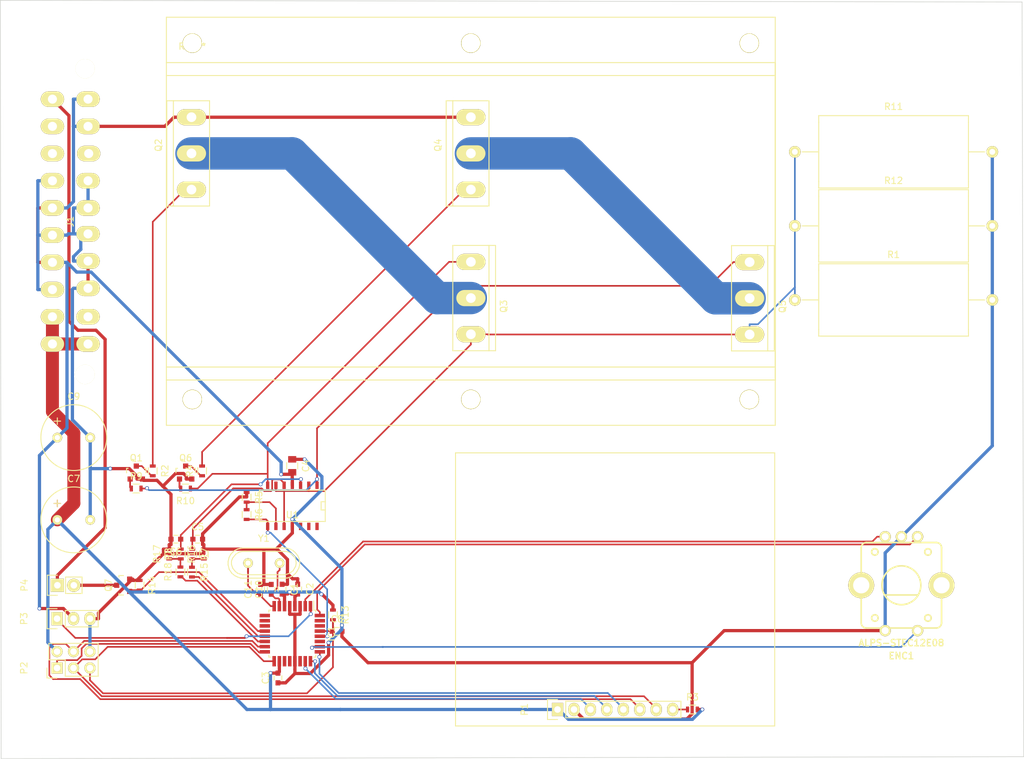
<source format=kicad_pcb>
(kicad_pcb (version 20171130) (host pcbnew "(5.1.12)-1")

  (general
    (thickness 1.6)
    (drawings 6)
    (tracks 496)
    (zones 0)
    (modules 46)
    (nets 53)
  )

  (page A4)
  (layers
    (0 F.Cu signal)
    (31 B.Cu signal)
    (32 B.Adhes user hide)
    (33 F.Adhes user hide)
    (34 B.Paste user hide)
    (35 F.Paste user hide)
    (36 B.SilkS user hide)
    (37 F.SilkS user hide)
    (38 B.Mask user hide)
    (39 F.Mask user hide)
    (40 Dwgs.User user hide)
    (41 Cmts.User user hide)
    (42 Eco1.User user hide)
    (43 Eco2.User user hide)
    (44 Edge.Cuts user)
    (45 Margin user hide)
    (46 B.CrtYd user hide)
    (47 F.CrtYd user hide)
    (48 B.Fab user hide)
    (49 F.Fab user hide)
  )

  (setup
    (last_trace_width 0.25)
    (trace_clearance 0.2)
    (zone_clearance 0.254)
    (zone_45_only no)
    (trace_min 0.2)
    (via_size 0.6)
    (via_drill 0.4)
    (via_min_size 0.4)
    (via_min_drill 0.3)
    (uvia_size 0.3)
    (uvia_drill 0.1)
    (uvias_allowed no)
    (uvia_min_size 0.2)
    (uvia_min_drill 0.1)
    (edge_width 0.1)
    (segment_width 0.2)
    (pcb_text_width 0.3)
    (pcb_text_size 1.5 1.5)
    (mod_edge_width 0.15)
    (mod_text_size 1 1)
    (mod_text_width 0.15)
    (pad_size 1.5 1.5)
    (pad_drill 0.6)
    (pad_to_mask_clearance 0)
    (aux_axis_origin 63.5 166.116)
    (grid_origin 63.5 166.116)
    (visible_elements 7FFFFFFF)
    (pcbplotparams
      (layerselection 0x00030_80000001)
      (usegerberextensions false)
      (usegerberattributes true)
      (usegerberadvancedattributes true)
      (creategerberjobfile true)
      (excludeedgelayer true)
      (linewidth 0.100000)
      (plotframeref false)
      (viasonmask false)
      (mode 1)
      (useauxorigin false)
      (hpglpennumber 1)
      (hpglpenspeed 20)
      (hpglpendiameter 15.000000)
      (psnegative false)
      (psa4output false)
      (plotreference true)
      (plotvalue true)
      (plotinvisibletext false)
      (padsonsilk false)
      (subtractmaskfromsilk false)
      (outputformat 2)
      (mirror false)
      (drillshape 0)
      (scaleselection 1)
      (outputdirectory ""))
  )

  (net 0 "")
  (net 1 GND)
  (net 2 "Net-(IC1-Pad19)")
  (net 3 "Net-(IC1-Pad20)")
  (net 4 "Net-(IC1-Pad22)")
  (net 5 "Net-(Q1-Pad1)")
  (net 6 +5V)
  (net 7 "Net-(C5-Pad1)")
  (net 8 /pwm_pos)
  (net 9 /pwm_neg)
  (net 10 /MOSI)
  (net 11 /MISO)
  (net 12 /SCK)
  (net 13 /mcu_adc)
  (net 14 /RESET)
  (net 15 /RXD)
  (net 16 /TXD)
  (net 17 +3V3)
  (net 18 "Net-(P1-Pad8)")
  (net 19 "Net-(Q2-Pad1)")
  (net 20 "Net-(Q3-Pad3)")
  (net 21 "Net-(Q4-Pad1)")
  (net 22 "Net-(Q6-Pad1)")
  (net 23 "Net-(R5-Pad2)")
  (net 24 "Net-(C6-Pad1)")
  (net 25 /load_1)
  (net 26 /load_2)
  (net 27 /rot_enc1)
  (net 28 /rot_enc2)
  (net 29 /rot_sw)
  (net 30 "Net-(J1-Pad8)")
  (net 31 "Net-(J1-Pad9)")
  (net 32 "Net-(J1-Pad12)")
  (net 33 "Net-(J1-Pad18)")
  (net 34 /lcd_sce)
  (net 35 /lcd_rst)
  (net 36 "Net-(IC1-Pad27)")
  (net 37 "Net-(Q1-Pad3)")
  (net 38 "Net-(Q6-Pad3)")
  (net 39 /servo_pwm)
  (net 40 /mcu_airpump)
  (net 41 +12V)
  (net 42 "Net-(P4-Pad2)")
  (net 43 /lcd_dc)
  (net 44 /XTAL1)
  (net 45 /XTAL2)
  (net 46 "Net-(R15-Pad1)")
  (net 47 "Net-(R17-Pad1)")
  (net 48 "Net-(IC1-Pad9)")
  (net 49 "Net-(IC1-Pad10)")
  (net 50 "Net-(IC1-Pad11)")
  (net 51 /opa_pos)
  (net 52 /opa_neg)

  (net_class Default "This is the default net class."
    (clearance 0.2)
    (trace_width 0.25)
    (via_dia 0.6)
    (via_drill 0.4)
    (uvia_dia 0.3)
    (uvia_drill 0.1)
    (add_net /MISO)
    (add_net /MOSI)
    (add_net /RESET)
    (add_net /RXD)
    (add_net /SCK)
    (add_net /TXD)
    (add_net /XTAL1)
    (add_net /XTAL2)
    (add_net /lcd_dc)
    (add_net /lcd_rst)
    (add_net /lcd_sce)
    (add_net /mcu_adc)
    (add_net /mcu_airpump)
    (add_net /opa_neg)
    (add_net /opa_pos)
    (add_net /pwm_neg)
    (add_net /pwm_pos)
    (add_net /rot_enc1)
    (add_net /rot_enc2)
    (add_net /rot_sw)
    (add_net /servo_pwm)
    (add_net "Net-(C5-Pad1)")
    (add_net "Net-(C6-Pad1)")
    (add_net "Net-(IC1-Pad10)")
    (add_net "Net-(IC1-Pad11)")
    (add_net "Net-(IC1-Pad19)")
    (add_net "Net-(IC1-Pad20)")
    (add_net "Net-(IC1-Pad22)")
    (add_net "Net-(IC1-Pad27)")
    (add_net "Net-(IC1-Pad9)")
    (add_net "Net-(J1-Pad12)")
    (add_net "Net-(J1-Pad18)")
    (add_net "Net-(J1-Pad8)")
    (add_net "Net-(J1-Pad9)")
    (add_net "Net-(P1-Pad8)")
    (add_net "Net-(Q1-Pad1)")
    (add_net "Net-(Q1-Pad3)")
    (add_net "Net-(Q2-Pad1)")
    (add_net "Net-(Q3-Pad3)")
    (add_net "Net-(Q4-Pad1)")
    (add_net "Net-(Q6-Pad1)")
    (add_net "Net-(Q6-Pad3)")
    (add_net "Net-(R15-Pad1)")
    (add_net "Net-(R17-Pad1)")
    (add_net "Net-(R5-Pad2)")
  )

  (net_class "High Current" ""
    (clearance 0.5)
    (trace_width 5)
    (via_dia 0.6)
    (via_drill 0.4)
    (uvia_dia 0.3)
    (uvia_drill 0.1)
    (add_net /load_1)
    (add_net /load_2)
  )

  (net_class Power ""
    (clearance 0.2)
    (trace_width 0.5)
    (via_dia 0.6)
    (via_drill 0.4)
    (uvia_dia 0.3)
    (uvia_drill 0.1)
    (add_net +12V)
    (add_net +3V3)
    (add_net +5V)
    (add_net GND)
    (add_net "Net-(P4-Pad2)")
  )

  (module TO-247_Vertical_Neutral123 (layer F.Cu) (tedit 0) (tstamp 55A401F6)
    (at 102.743 62.738 90)
    (descr "TO-247 TO-218 TOP-3 FET 1=Gate 2=Drain 3=Source Vertical")
    (tags "Transistor FET TO-247 TO-218 TOP-3 Vertical")
    (path /55A3E591)
    (fp_text reference Q2 (at 1.27 -5.08 90) (layer F.SilkS)
      (effects (font (size 1 1) (thickness 0.15)))
    )
    (fp_text value BD250 (at -1.016 8.128 90) (layer F.Fab)
      (effects (font (size 1 1) (thickness 0.15)))
    )
    (fp_line (start -8.128 2.794) (end 8.128 2.794) (layer F.SilkS) (width 0.15))
    (fp_line (start -8.128 -2.794) (end -8.128 2.794) (layer F.SilkS) (width 0.15))
    (fp_line (start 8.128 -2.794) (end -8.128 -2.794) (layer F.SilkS) (width 0.15))
    (fp_line (start 8.128 2.794) (end 8.128 -2.794) (layer F.SilkS) (width 0.15))
    (fp_line (start -8.128 -2.794) (end -8.128 -3.81) (layer F.SilkS) (width 0.15))
    (fp_line (start -8.128 -3.81) (end 8.128 -3.81) (layer F.SilkS) (width 0.15))
    (fp_line (start 8.128 -3.81) (end 8.128 -2.794) (layer F.SilkS) (width 0.15))
    (pad 2 thru_hole oval (at 0 0 180) (size 4.50088 2.49936) (drill 1.50114) (layers *.Cu *.Mask F.SilkS)
      (net 25 /load_1))
    (pad 1 thru_hole oval (at -5.588 0 180) (size 4.50088 2.49936) (drill 1.50114) (layers *.Cu *.Mask F.SilkS)
      (net 19 "Net-(Q2-Pad1)"))
    (pad 3 thru_hole oval (at 5.588 0 180) (size 4.50088 2.49936) (drill 1.50114) (layers *.Cu *.Mask F.SilkS)
      (net 6 +5V))
    (model unused_3d.3dshapes/to-xxx-packages.to218av.wrl
      (at (xyz 0 0 0))
      (scale (xyz 1 1 1))
      (rotate (xyz 0 0 0))
    )
  )

  (module blue_cpu_cooler (layer F.Cu) (tedit 55A6CE0D) (tstamp 55A6D3CD)
    (at 102.87 45.72)
    (fp_text reference REF** (at 0 0.5) (layer F.SilkS)
      (effects (font (size 1 1) (thickness 0.15)))
    )
    (fp_text value "blue cooler" (at 0 -0.5) (layer F.Fab)
      (effects (font (size 1 1) (thickness 0.15)))
    )
    (fp_line (start -4 3) (end 90 3) (layer F.SilkS) (width 0.15))
    (fp_line (start 90 3) (end 90 52) (layer F.SilkS) (width 0.15))
    (fp_line (start 90 52) (end -4 52) (layer F.SilkS) (width 0.15))
    (fp_line (start -4 52) (end -4 3) (layer F.SilkS) (width 0.15))
    (fp_line (start -4 3) (end -4 -4) (layer F.SilkS) (width 0.15))
    (fp_line (start -4 -4) (end 90 -4) (layer F.SilkS) (width 0.15))
    (fp_line (start 90 -4) (end 90 59) (layer F.SilkS) (width 0.15))
    (fp_line (start 90 59) (end -4 59) (layer F.SilkS) (width 0.15))
    (fp_line (start -4 59) (end -4 52) (layer F.SilkS) (width 0.15))
    (fp_line (start -4 50) (end 90 50) (layer F.SilkS) (width 0.15))
    (fp_line (start 90 5) (end -4 5) (layer F.SilkS) (width 0.15))
    (pad "" np_thru_hole circle (at 0 0) (size 3 3) (drill 2.8) (layers *.Cu *.Mask F.SilkS))
    (pad "" np_thru_hole circle (at 43 0) (size 3 3) (drill 2.8) (layers *.Cu *.Mask F.SilkS))
    (pad "" np_thru_hole circle (at 86 0) (size 3 3) (drill 2.8) (layers *.Cu *.Mask F.SilkS))
    (pad "" np_thru_hole circle (at 86 55) (size 3 3) (drill 2.8) (layers *.Cu *.Mask F.SilkS))
    (pad "" np_thru_hole circle (at 43 55) (size 3 3) (drill 2.8) (layers *.Cu *.Mask F.SilkS))
    (pad "" np_thru_hole circle (at 0 55) (size 3 3) (drill 2.8) (layers *.Cu *.Mask F.SilkS))
  )

  (module constant_current_source:Molex_minifit_jr_5566_39-29-9203_20pin (layer F.Cu) (tedit 55A58530) (tstamp 55A639B1)
    (at 84.0276 73.2613 90)
    (path /55A57DDC)
    (fp_text reference J1 (at 0 0 90) (layer F.SilkS)
      (effects (font (size 1 1) (thickness 0.15)))
    )
    (fp_text value ATX20 (at -18.9 4.87 90) (layer F.Fab)
      (effects (font (size 1 1) (thickness 0.15)))
    )
    (pad 1 thru_hole oval (at -18.9 -2.75 90) (size 2.4 3.6) (drill 1.4) (layers *.Cu *.Mask F.SilkS)
      (net 17 +3V3))
    (pad 2 thru_hole oval (at -14.7 -2.75 90) (size 2.4 3.6) (drill 1.4) (layers *.Cu *.Mask F.SilkS)
      (net 17 +3V3))
    (pad 3 thru_hole oval (at -10.5 -2.75 90) (size 2.4 3.6) (drill 1.4) (layers *.Cu *.Mask F.SilkS)
      (net 1 GND))
    (pad 4 thru_hole oval (at -6.3 -2.75 90) (size 2.4 3.6) (drill 1.4) (layers *.Cu *.Mask F.SilkS)
      (net 6 +5V))
    (pad 5 thru_hole oval (at -2.1 -2.75 90) (size 2.4 3.6) (drill 1.4) (layers *.Cu *.Mask F.SilkS)
      (net 1 GND))
    (pad 6 thru_hole oval (at 2.1 -2.75 90) (size 2.4 3.6) (drill 1.4) (layers *.Cu *.Mask F.SilkS)
      (net 6 +5V))
    (pad 7 thru_hole oval (at 6.3 -2.75 90) (size 2.4 3.6) (drill 1.4) (layers *.Cu *.Mask F.SilkS)
      (net 1 GND))
    (pad 8 thru_hole oval (at 10.5 -2.75 90) (size 2.4 3.6) (drill 1.4) (layers *.Cu *.Mask F.SilkS)
      (net 30 "Net-(J1-Pad8)"))
    (pad 9 thru_hole oval (at 14.7 -2.75 90) (size 2.4 3.6) (drill 1.4) (layers *.Cu *.Mask F.SilkS)
      (net 31 "Net-(J1-Pad9)"))
    (pad 10 thru_hole oval (at 18.9 -2.75 90) (size 2.4 3.6) (drill 1.4) (layers *.Cu *.Mask F.SilkS)
      (net 41 +12V))
    (pad 11 thru_hole oval (at -18.9 2.75 90) (size 2.4 3.6) (drill 1.4) (layers *.Cu *.Mask F.SilkS)
      (net 17 +3V3))
    (pad 12 thru_hole oval (at -14.7 2.75 90) (size 2.4 3.6) (drill 1.4) (layers *.Cu *.Mask F.SilkS)
      (net 32 "Net-(J1-Pad12)"))
    (pad 13 thru_hole oval (at -10.3 2.75 90) (size 2.4 3.6) (drill 1.4) (layers *.Cu *.Mask F.SilkS)
      (net 1 GND))
    (pad 14 thru_hole oval (at -6.1 2.75 90) (size 2.4 3.6) (drill 1.4) (layers *.Cu *.Mask F.SilkS)
      (net 1 GND))
    (pad 15 thru_hole oval (at -1.9 2.75 90) (size 2.4 3.6) (drill 1.4) (layers *.Cu *.Mask F.SilkS)
      (net 1 GND))
    (pad 16 thru_hole oval (at 2.1 2.75 90) (size 2.4 3.6) (drill 1.4) (layers *.Cu *.Mask F.SilkS)
      (net 1 GND))
    (pad 17 thru_hole oval (at 6.3 2.75 90) (size 2.4 3.6) (drill 1.4) (layers *.Cu *.Mask F.SilkS)
      (net 1 GND))
    (pad 18 thru_hole oval (at 10.5 2.85 90) (size 2.4 3.6) (drill 1.4) (layers *.Cu *.Mask F.SilkS)
      (net 33 "Net-(J1-Pad18)"))
    (pad 19 thru_hole oval (at 14.7 2.75 90) (size 2.4 3.6) (drill 1.4) (layers *.Cu *.Mask F.SilkS)
      (net 6 +5V))
    (pad 20 thru_hole oval (at 18.9 2.75 90) (size 2.4 3.6) (drill 1.4) (layers *.Cu *.Mask F.SilkS)
      (net 6 +5V))
    (pad "" np_thru_hole circle (at 23.6 2.29 90) (size 3 3) (drill 3) (layers *.Cu *.Mask F.SilkS))
    (pad "" np_thru_hole circle (at -23.6 2.29 90) (size 3 3) (drill 3) (layers *.Cu *.Mask F.SilkS))
    (model /home/ali/src/kicad/alis_parts/molex_5566-A20-39-29-9203.wrl
      (offset (xyz 0 -0.2031999969482422 0))
      (scale (xyz 0.393 0.393 0.393))
      (rotate (xyz 270 0 180))
    )
  )

  (module Capacitors_SMD:C_0603 (layer F.Cu) (tedit 5415D631) (tstamp 559EBE56)
    (at 119.142 130.009 270)
    (descr "Capacitor SMD 0603, reflow soldering, AVX (see smccp.pdf)")
    (tags "capacitor 0603")
    (path /559EBF7A)
    (attr smd)
    (fp_text reference C2 (at 0 -1.9 270) (layer F.SilkS)
      (effects (font (size 1 1) (thickness 0.15)))
    )
    (fp_text value 100n (at 0 1.9 270) (layer F.Fab)
      (effects (font (size 1 1) (thickness 0.15)))
    )
    (fp_line (start 0.35 0.6) (end -0.35 0.6) (layer F.SilkS) (width 0.15))
    (fp_line (start -0.35 -0.6) (end 0.35 -0.6) (layer F.SilkS) (width 0.15))
    (fp_line (start 1.45 -0.75) (end 1.45 0.75) (layer F.CrtYd) (width 0.05))
    (fp_line (start -1.45 -0.75) (end -1.45 0.75) (layer F.CrtYd) (width 0.05))
    (fp_line (start -1.45 0.75) (end 1.45 0.75) (layer F.CrtYd) (width 0.05))
    (fp_line (start -1.45 -0.75) (end 1.45 -0.75) (layer F.CrtYd) (width 0.05))
    (pad 1 smd rect (at -0.75 0 270) (size 0.8 0.75) (layers F.Cu F.Paste F.Mask)
      (net 1 GND))
    (pad 2 smd rect (at 0.75 0 270) (size 0.8 0.75) (layers F.Cu F.Paste F.Mask)
      (net 17 +3V3))
    (model Capacitors_SMD.3dshapes/C_0603.wrl
      (at (xyz 0 0 0))
      (scale (xyz 1 1 1))
      (rotate (xyz 0 0 0))
    )
  )

  (module Housings_QFP:TQFP-32_7x7mm_Pitch0.8mm (layer F.Cu) (tedit 54130A77) (tstamp 559E8E50)
    (at 118.312 136.886 270)
    (descr "32-Lead Plastic Thin Quad Flatpack (PT) - 7x7x1.0 mm Body, 2.00 mm [TQFP] (see Microchip Packaging Specification 00000049BS.pdf)")
    (tags "QFP 0.8")
    (path /559CED11)
    (attr smd)
    (fp_text reference IC1 (at 0 -6.05 270) (layer F.SilkS)
      (effects (font (size 1 1) (thickness 0.15)))
    )
    (fp_text value ATMEGA328P-A (at 0 6.05 270) (layer F.Fab)
      (effects (font (size 1 1) (thickness 0.15)))
    )
    (fp_line (start -3.625 -3.3) (end -5.05 -3.3) (layer F.SilkS) (width 0.15))
    (fp_line (start 3.625 -3.625) (end 3.3 -3.625) (layer F.SilkS) (width 0.15))
    (fp_line (start 3.625 3.625) (end 3.3 3.625) (layer F.SilkS) (width 0.15))
    (fp_line (start -3.625 3.625) (end -3.3 3.625) (layer F.SilkS) (width 0.15))
    (fp_line (start -3.625 -3.625) (end -3.3 -3.625) (layer F.SilkS) (width 0.15))
    (fp_line (start -3.625 3.625) (end -3.625 3.3) (layer F.SilkS) (width 0.15))
    (fp_line (start 3.625 3.625) (end 3.625 3.3) (layer F.SilkS) (width 0.15))
    (fp_line (start 3.625 -3.625) (end 3.625 -3.3) (layer F.SilkS) (width 0.15))
    (fp_line (start -3.625 -3.625) (end -3.625 -3.3) (layer F.SilkS) (width 0.15))
    (fp_line (start -5.3 5.3) (end 5.3 5.3) (layer F.CrtYd) (width 0.05))
    (fp_line (start -5.3 -5.3) (end 5.3 -5.3) (layer F.CrtYd) (width 0.05))
    (fp_line (start 5.3 -5.3) (end 5.3 5.3) (layer F.CrtYd) (width 0.05))
    (fp_line (start -5.3 -5.3) (end -5.3 5.3) (layer F.CrtYd) (width 0.05))
    (pad 1 smd rect (at -4.25 -2.8 270) (size 1.6 0.55) (layers F.Cu F.Paste F.Mask)
      (net 39 /servo_pwm))
    (pad 2 smd rect (at -4.25 -2 270) (size 1.6 0.55) (layers F.Cu F.Paste F.Mask)
      (net 28 /rot_enc2))
    (pad 3 smd rect (at -4.25 -1.2 270) (size 1.6 0.55) (layers F.Cu F.Paste F.Mask)
      (net 1 GND))
    (pad 4 smd rect (at -4.25 -0.4 270) (size 1.6 0.55) (layers F.Cu F.Paste F.Mask)
      (net 17 +3V3))
    (pad 5 smd rect (at -4.25 0.4 270) (size 1.6 0.55) (layers F.Cu F.Paste F.Mask)
      (net 1 GND))
    (pad 6 smd rect (at -4.25 1.2 270) (size 1.6 0.55) (layers F.Cu F.Paste F.Mask)
      (net 17 +3V3))
    (pad 7 smd rect (at -4.25 2 270) (size 1.6 0.55) (layers F.Cu F.Paste F.Mask)
      (net 44 /XTAL1))
    (pad 8 smd rect (at -4.25 2.8 270) (size 1.6 0.55) (layers F.Cu F.Paste F.Mask)
      (net 45 /XTAL2))
    (pad 9 smd rect (at -2.8 4.25) (size 1.6 0.55) (layers F.Cu F.Paste F.Mask)
      (net 48 "Net-(IC1-Pad9)"))
    (pad 10 smd rect (at -2 4.25) (size 1.6 0.55) (layers F.Cu F.Paste F.Mask)
      (net 49 "Net-(IC1-Pad10)"))
    (pad 11 smd rect (at -1.2 4.25) (size 1.6 0.55) (layers F.Cu F.Paste F.Mask)
      (net 50 "Net-(IC1-Pad11)"))
    (pad 12 smd rect (at -0.4 4.25) (size 1.6 0.55) (layers F.Cu F.Paste F.Mask)
      (net 40 /mcu_airpump))
    (pad 13 smd rect (at 0.4 4.25) (size 1.6 0.55) (layers F.Cu F.Paste F.Mask)
      (net 8 /pwm_pos))
    (pad 14 smd rect (at 1.2 4.25) (size 1.6 0.55) (layers F.Cu F.Paste F.Mask)
      (net 9 /pwm_neg))
    (pad 15 smd rect (at 2 4.25) (size 1.6 0.55) (layers F.Cu F.Paste F.Mask)
      (net 10 /MOSI))
    (pad 16 smd rect (at 2.8 4.25) (size 1.6 0.55) (layers F.Cu F.Paste F.Mask)
      (net 11 /MISO))
    (pad 17 smd rect (at 4.25 2.8 270) (size 1.6 0.55) (layers F.Cu F.Paste F.Mask)
      (net 12 /SCK))
    (pad 18 smd rect (at 4.25 2 270) (size 1.6 0.55) (layers F.Cu F.Paste F.Mask)
      (net 17 +3V3))
    (pad 19 smd rect (at 4.25 1.2 270) (size 1.6 0.55) (layers F.Cu F.Paste F.Mask)
      (net 2 "Net-(IC1-Pad19)"))
    (pad 20 smd rect (at 4.25 0.4 270) (size 1.6 0.55) (layers F.Cu F.Paste F.Mask)
      (net 3 "Net-(IC1-Pad20)"))
    (pad 21 smd rect (at 4.25 -0.4 270) (size 1.6 0.55) (layers F.Cu F.Paste F.Mask)
      (net 1 GND))
    (pad 22 smd rect (at 4.25 -1.2 270) (size 1.6 0.55) (layers F.Cu F.Paste F.Mask)
      (net 4 "Net-(IC1-Pad22)"))
    (pad 23 smd rect (at 4.25 -2 270) (size 1.6 0.55) (layers F.Cu F.Paste F.Mask)
      (net 34 /lcd_sce))
    (pad 24 smd rect (at 4.25 -2.8 270) (size 1.6 0.55) (layers F.Cu F.Paste F.Mask)
      (net 35 /lcd_rst))
    (pad 25 smd rect (at 2.8 -4.25) (size 1.6 0.55) (layers F.Cu F.Paste F.Mask)
      (net 43 /lcd_dc))
    (pad 26 smd rect (at 2 -4.25) (size 1.6 0.55) (layers F.Cu F.Paste F.Mask)
      (net 29 /rot_sw))
    (pad 27 smd rect (at 1.2 -4.25) (size 1.6 0.55) (layers F.Cu F.Paste F.Mask)
      (net 36 "Net-(IC1-Pad27)"))
    (pad 28 smd rect (at 0.4 -4.25) (size 1.6 0.55) (layers F.Cu F.Paste F.Mask)
      (net 13 /mcu_adc))
    (pad 29 smd rect (at -0.4 -4.25) (size 1.6 0.55) (layers F.Cu F.Paste F.Mask)
      (net 14 /RESET))
    (pad 30 smd rect (at -1.2 -4.25) (size 1.6 0.55) (layers F.Cu F.Paste F.Mask)
      (net 15 /RXD))
    (pad 31 smd rect (at -2 -4.25) (size 1.6 0.55) (layers F.Cu F.Paste F.Mask)
      (net 16 /TXD))
    (pad 32 smd rect (at -2.8 -4.25) (size 1.6 0.55) (layers F.Cu F.Paste F.Mask)
      (net 27 /rot_enc1))
    (model /usr/share/kicad/modules/packages3d/Housings_QFP.3dshapes/TQFP-32_7x7mm_Pitch0.8mm.wrl
      (at (xyz 0 0 0))
      (scale (xyz 1 1 1))
      (rotate (xyz 0 0 0))
    )
  )

  (module Resistors_SMD:R_0603 (layer F.Cu) (tedit 5415CC62) (tstamp 559E8E63)
    (at 96.765 111.756 270)
    (descr "Resistor SMD 0603, reflow soldering, Vishay (see dcrcw.pdf)")
    (tags "resistor 0603")
    (path /55A3F2CA)
    (attr smd)
    (fp_text reference R2 (at 0 -1.9 270) (layer F.SilkS)
      (effects (font (size 1 1) (thickness 0.15)))
    )
    (fp_text value 1k5 (at 0 1.9 270) (layer F.Fab)
      (effects (font (size 1 1) (thickness 0.15)))
    )
    (fp_line (start -0.5 -0.675) (end 0.5 -0.675) (layer F.SilkS) (width 0.15))
    (fp_line (start 0.5 0.675) (end -0.5 0.675) (layer F.SilkS) (width 0.15))
    (fp_line (start 1.3 -0.8) (end 1.3 0.8) (layer F.CrtYd) (width 0.05))
    (fp_line (start -1.3 -0.8) (end -1.3 0.8) (layer F.CrtYd) (width 0.05))
    (fp_line (start -1.3 0.8) (end 1.3 0.8) (layer F.CrtYd) (width 0.05))
    (fp_line (start -1.3 -0.8) (end 1.3 -0.8) (layer F.CrtYd) (width 0.05))
    (pad 1 smd rect (at -0.75 0 270) (size 0.5 0.9) (layers F.Cu F.Paste F.Mask)
      (net 19 "Net-(Q2-Pad1)"))
    (pad 2 smd rect (at 0.75 0 270) (size 0.5 0.9) (layers F.Cu F.Paste F.Mask)
      (net 37 "Net-(Q1-Pad3)"))
    (model /usr/share/kicad/modules/packages3d/Resistors_SMD.3dshapes/R_0603.wrl
      (at (xyz 0 0 0))
      (scale (xyz 1 1 1))
      (rotate (xyz 0 0 0))
    )
  )

  (module Capacitors_SMD:C_0603 (layer F.Cu) (tedit 5415D631) (tstamp 559E8E2C)
    (at 116.729 130.009 270)
    (descr "Capacitor SMD 0603, reflow soldering, AVX (see smccp.pdf)")
    (tags "capacitor 0603")
    (path /559EBEEC)
    (attr smd)
    (fp_text reference C1 (at 0 -1.9 270) (layer F.SilkS)
      (effects (font (size 1 1) (thickness 0.15)))
    )
    (fp_text value 100n (at 0 1.9 270) (layer F.Fab)
      (effects (font (size 1 1) (thickness 0.15)))
    )
    (fp_line (start 0.35 0.6) (end -0.35 0.6) (layer F.SilkS) (width 0.15))
    (fp_line (start -0.35 -0.6) (end 0.35 -0.6) (layer F.SilkS) (width 0.15))
    (fp_line (start 1.45 -0.75) (end 1.45 0.75) (layer F.CrtYd) (width 0.05))
    (fp_line (start -1.45 -0.75) (end -1.45 0.75) (layer F.CrtYd) (width 0.05))
    (fp_line (start -1.45 0.75) (end 1.45 0.75) (layer F.CrtYd) (width 0.05))
    (fp_line (start -1.45 -0.75) (end 1.45 -0.75) (layer F.CrtYd) (width 0.05))
    (pad 1 smd rect (at -0.75 0 270) (size 0.8 0.75) (layers F.Cu F.Paste F.Mask)
      (net 1 GND))
    (pad 2 smd rect (at 0.75 0 270) (size 0.8 0.75) (layers F.Cu F.Paste F.Mask)
      (net 17 +3V3))
    (model /usr/share/kicad/modules/packages3d/Capacitors_SMD.3dshapes/C_0603.wrl
      (at (xyz 0 0 0))
      (scale (xyz 1 1 1))
      (rotate (xyz 0 0 0))
    )
  )

  (module Capacitors_SMD:C_0603 (layer F.Cu) (tedit 5415D631) (tstamp 559EBE62)
    (at 116.094 143.725 90)
    (descr "Capacitor SMD 0603, reflow soldering, AVX (see smccp.pdf)")
    (tags "capacitor 0603")
    (path /559EBFCD)
    (attr smd)
    (fp_text reference C3 (at 0 -1.9 90) (layer F.SilkS)
      (effects (font (size 1 1) (thickness 0.15)))
    )
    (fp_text value 100n (at 0 1.9 90) (layer F.Fab)
      (effects (font (size 1 1) (thickness 0.15)))
    )
    (fp_line (start 0.35 0.6) (end -0.35 0.6) (layer F.SilkS) (width 0.15))
    (fp_line (start -0.35 -0.6) (end 0.35 -0.6) (layer F.SilkS) (width 0.15))
    (fp_line (start 1.45 -0.75) (end 1.45 0.75) (layer F.CrtYd) (width 0.05))
    (fp_line (start -1.45 -0.75) (end -1.45 0.75) (layer F.CrtYd) (width 0.05))
    (fp_line (start -1.45 0.75) (end 1.45 0.75) (layer F.CrtYd) (width 0.05))
    (fp_line (start -1.45 -0.75) (end 1.45 -0.75) (layer F.CrtYd) (width 0.05))
    (pad 1 smd rect (at -0.75 0 90) (size 0.8 0.75) (layers F.Cu F.Paste F.Mask)
      (net 1 GND))
    (pad 2 smd rect (at 0.75 0 90) (size 0.8 0.75) (layers F.Cu F.Paste F.Mask)
      (net 17 +3V3))
    (model Capacitors_SMD.3dshapes/C_0603.wrl
      (at (xyz 0 0 0))
      (scale (xyz 1 1 1))
      (rotate (xyz 0 0 0))
    )
  )

  (module Capacitors_SMD:C_0805 (layer F.Cu) (tedit 5415D6EA) (tstamp 559EBE6E)
    (at 118.297 110.97 270)
    (descr "Capacitor SMD 0805, reflow soldering, AVX (see smccp.pdf)")
    (tags "capacitor 0805")
    (path /559EBFFB)
    (attr smd)
    (fp_text reference C4 (at 0 -2.1 270) (layer F.SilkS)
      (effects (font (size 1 1) (thickness 0.15)))
    )
    (fp_text value C (at 0 2.1 270) (layer F.Fab)
      (effects (font (size 1 1) (thickness 0.15)))
    )
    (fp_line (start -0.5 0.85) (end 0.5 0.85) (layer F.SilkS) (width 0.15))
    (fp_line (start 0.5 -0.85) (end -0.5 -0.85) (layer F.SilkS) (width 0.15))
    (fp_line (start 1.8 -1) (end 1.8 1) (layer F.CrtYd) (width 0.05))
    (fp_line (start -1.8 -1) (end -1.8 1) (layer F.CrtYd) (width 0.05))
    (fp_line (start -1.8 1) (end 1.8 1) (layer F.CrtYd) (width 0.05))
    (fp_line (start -1.8 -1) (end 1.8 -1) (layer F.CrtYd) (width 0.05))
    (pad 1 smd rect (at -1 0 270) (size 1 1.25) (layers F.Cu F.Paste F.Mask)
      (net 1 GND))
    (pad 2 smd rect (at 1 0 270) (size 1 1.25) (layers F.Cu F.Paste F.Mask)
      (net 6 +5V))
    (model Capacitors_SMD.3dshapes/C_0805.wrl
      (at (xyz 0 0 0))
      (scale (xyz 1 1 1))
      (rotate (xyz 0 0 0))
    )
  )

  (module Capacitors_SMD:C_0603 (layer F.Cu) (tedit 5415D631) (tstamp 559EF226)
    (at 103.71 122.301)
    (descr "Capacitor SMD 0603, reflow soldering, AVX (see smccp.pdf)")
    (tags "capacitor 0603")
    (path /55A418D6)
    (attr smd)
    (fp_text reference C5 (at 0 -1.9) (layer F.SilkS)
      (effects (font (size 1 1) (thickness 0.15)))
    )
    (fp_text value 47n (at 0 1.9) (layer F.Fab)
      (effects (font (size 1 1) (thickness 0.15)))
    )
    (fp_line (start 0.35 0.6) (end -0.35 0.6) (layer F.SilkS) (width 0.15))
    (fp_line (start -0.35 -0.6) (end 0.35 -0.6) (layer F.SilkS) (width 0.15))
    (fp_line (start 1.45 -0.75) (end 1.45 0.75) (layer F.CrtYd) (width 0.05))
    (fp_line (start -1.45 -0.75) (end -1.45 0.75) (layer F.CrtYd) (width 0.05))
    (fp_line (start -1.45 0.75) (end 1.45 0.75) (layer F.CrtYd) (width 0.05))
    (fp_line (start -1.45 -0.75) (end 1.45 -0.75) (layer F.CrtYd) (width 0.05))
    (pad 1 smd rect (at -0.75 0) (size 0.8 0.75) (layers F.Cu F.Paste F.Mask)
      (net 7 "Net-(C5-Pad1)"))
    (pad 2 smd rect (at 0.75 0) (size 0.8 0.75) (layers F.Cu F.Paste F.Mask)
      (net 1 GND))
    (model Capacitors_SMD.3dshapes/C_0603.wrl
      (at (xyz 0 0 0))
      (scale (xyz 1 1 1))
      (rotate (xyz 0 0 0))
    )
  )

  (module Resistors_SMD:R_0603 (layer F.Cu) (tedit 5415CC62) (tstamp 559EF22C)
    (at 180.086 148.59)
    (descr "Resistor SMD 0603, reflow soldering, Vishay (see dcrcw.pdf)")
    (tags "resistor 0603")
    (path /559FC7CD)
    (attr smd)
    (fp_text reference R3 (at 0 -1.9) (layer F.SilkS)
      (effects (font (size 1 1) (thickness 0.15)))
    )
    (fp_text value 220 (at 0 1.9) (layer F.Fab)
      (effects (font (size 1 1) (thickness 0.15)))
    )
    (fp_line (start -0.5 -0.675) (end 0.5 -0.675) (layer F.SilkS) (width 0.15))
    (fp_line (start 0.5 0.675) (end -0.5 0.675) (layer F.SilkS) (width 0.15))
    (fp_line (start 1.3 -0.8) (end 1.3 0.8) (layer F.CrtYd) (width 0.05))
    (fp_line (start -1.3 -0.8) (end -1.3 0.8) (layer F.CrtYd) (width 0.05))
    (fp_line (start -1.3 0.8) (end 1.3 0.8) (layer F.CrtYd) (width 0.05))
    (fp_line (start -1.3 -0.8) (end 1.3 -0.8) (layer F.CrtYd) (width 0.05))
    (pad 1 smd rect (at -0.75 0) (size 0.5 0.9) (layers F.Cu F.Paste F.Mask)
      (net 18 "Net-(P1-Pad8)"))
    (pad 2 smd rect (at 0.75 0) (size 0.5 0.9) (layers F.Cu F.Paste F.Mask)
      (net 17 +3V3))
    (model Resistors_SMD.3dshapes/R_0603.wrl
      (at (xyz 0 0 0))
      (scale (xyz 1 1 1))
      (rotate (xyz 0 0 0))
    )
  )

  (module Resistors_SMD:R_0603 (layer F.Cu) (tedit 5415CC62) (tstamp 559EF232)
    (at 104.385 111.756 90)
    (descr "Resistor SMD 0603, reflow soldering, Vishay (see dcrcw.pdf)")
    (tags "resistor 0603")
    (path /55A3F489)
    (attr smd)
    (fp_text reference R4 (at 0 -1.9 90) (layer F.SilkS)
      (effects (font (size 1 1) (thickness 0.15)))
    )
    (fp_text value 1k5 (at 0 1.9 90) (layer F.Fab)
      (effects (font (size 1 1) (thickness 0.15)))
    )
    (fp_line (start -0.5 -0.675) (end 0.5 -0.675) (layer F.SilkS) (width 0.15))
    (fp_line (start 0.5 0.675) (end -0.5 0.675) (layer F.SilkS) (width 0.15))
    (fp_line (start 1.3 -0.8) (end 1.3 0.8) (layer F.CrtYd) (width 0.05))
    (fp_line (start -1.3 -0.8) (end -1.3 0.8) (layer F.CrtYd) (width 0.05))
    (fp_line (start -1.3 0.8) (end 1.3 0.8) (layer F.CrtYd) (width 0.05))
    (fp_line (start -1.3 -0.8) (end 1.3 -0.8) (layer F.CrtYd) (width 0.05))
    (pad 1 smd rect (at -0.75 0 90) (size 0.5 0.9) (layers F.Cu F.Paste F.Mask)
      (net 38 "Net-(Q6-Pad3)"))
    (pad 2 smd rect (at 0.75 0 90) (size 0.5 0.9) (layers F.Cu F.Paste F.Mask)
      (net 21 "Net-(Q4-Pad1)"))
    (model Resistors_SMD.3dshapes/R_0603.wrl
      (at (xyz 0 0 0))
      (scale (xyz 1 1 1))
      (rotate (xyz 0 0 0))
    )
  )

  (module SMD_Packages:SOIC-14_N (layer F.Cu) (tedit 0) (tstamp 559EF244)
    (at 118.318 117.274 180)
    (descr "Module CMS SOJ 14 pins Large")
    (tags "CMS SOJ")
    (path /559EF082)
    (attr smd)
    (fp_text reference U1 (at 0 -1.27 180) (layer F.SilkS)
      (effects (font (size 1 1) (thickness 0.15)))
    )
    (fp_text value LM324 (at 0 1.143 180) (layer F.Fab)
      (effects (font (size 1 1) (thickness 0.15)))
    )
    (fp_line (start -4.445 0.762) (end -5.08 0.762) (layer F.SilkS) (width 0.15))
    (fp_line (start -4.445 -0.508) (end -4.445 0.762) (layer F.SilkS) (width 0.15))
    (fp_line (start -5.08 -0.508) (end -4.445 -0.508) (layer F.SilkS) (width 0.15))
    (fp_line (start -5.08 -2.286) (end 5.08 -2.286) (layer F.SilkS) (width 0.15))
    (fp_line (start -5.08 2.54) (end -5.08 -2.286) (layer F.SilkS) (width 0.15))
    (fp_line (start 5.08 2.54) (end -5.08 2.54) (layer F.SilkS) (width 0.15))
    (fp_line (start 5.08 -2.286) (end 5.08 2.54) (layer F.SilkS) (width 0.15))
    (pad 1 smd rect (at -3.81 3.302 180) (size 0.508 1.143) (layers F.Cu F.Paste F.Mask)
      (net 52 /opa_neg))
    (pad 2 smd rect (at -2.54 3.302 180) (size 0.508 1.143) (layers F.Cu F.Paste F.Mask)
      (net 20 "Net-(Q3-Pad3)"))
    (pad 3 smd rect (at -1.27 3.302 180) (size 0.508 1.143) (layers F.Cu F.Paste F.Mask)
      (net 24 "Net-(C6-Pad1)"))
    (pad 4 smd rect (at 0 3.302 180) (size 0.508 1.143) (layers F.Cu F.Paste F.Mask)
      (net 6 +5V))
    (pad 5 smd rect (at 1.27 3.302 180) (size 0.508 1.143) (layers F.Cu F.Paste F.Mask)
      (net 7 "Net-(C5-Pad1)"))
    (pad 6 smd rect (at 2.54 3.302 180) (size 0.508 1.143) (layers F.Cu F.Paste F.Mask)
      (net 20 "Net-(Q3-Pad3)"))
    (pad 7 smd rect (at 3.81 3.302 180) (size 0.508 1.143) (layers F.Cu F.Paste F.Mask)
      (net 51 /opa_pos))
    (pad 8 smd rect (at 3.81 -3.048 180) (size 0.508 1.143) (layers F.Cu F.Paste F.Mask)
      (net 13 /mcu_adc))
    (pad 9 smd rect (at 2.54 -3.048 180) (size 0.508 1.143) (layers F.Cu F.Paste F.Mask)
      (net 23 "Net-(R5-Pad2)"))
    (pad 11 smd rect (at 0 -3.048 180) (size 0.508 1.143) (layers F.Cu F.Paste F.Mask)
      (net 1 GND))
    (pad 12 smd rect (at -1.27 -3.048 180) (size 0.508 1.143) (layers F.Cu F.Paste F.Mask))
    (pad 13 smd rect (at -2.54 -3.048 180) (size 0.508 1.143) (layers F.Cu F.Paste F.Mask))
    (pad 14 smd rect (at -3.81 -3.048 180) (size 0.508 1.143) (layers F.Cu F.Paste F.Mask))
    (pad 10 smd rect (at 1.27 -3.048 180) (size 0.508 1.143) (layers F.Cu F.Paste F.Mask)
      (net 20 "Net-(Q3-Pad3)"))
    (model SMD_Packages.3dshapes/SOIC-14_N.wrl
      (at (xyz 0 0 0))
      (scale (xyz 0.5 0.4 0.5))
      (rotate (xyz 0 0 0))
    )
  )

  (module Resistors_ThroughHole:Resistor_Ceramic_Horizontal_L23mm-W9mm-H9mm-p30mm (layer F.Cu) (tedit 53FEE2D6) (tstamp 559E8E5D)
    (at 211.139 85.3598)
    (descr "Resistor, Ceramic, Horizontal")
    (tags "Resistor, Ceramic, Horizontal")
    (path /559CEE4A)
    (fp_text reference R1 (at 0 -6.985) (layer F.SilkS)
      (effects (font (size 1 1) (thickness 0.15)))
    )
    (fp_text value 0R1 (at -0.635 7.62) (layer F.Fab)
      (effects (font (size 1 1) (thickness 0.15)))
    )
    (fp_line (start 11.557 4.572) (end 11.557 -4.572) (layer F.SilkS) (width 0.15))
    (fp_line (start -11.557 -4.572) (end -11.557 4.572) (layer F.SilkS) (width 0.15))
    (fp_line (start -11.557 0) (end -14.097 0) (layer F.SilkS) (width 0.15))
    (fp_line (start 11.557 0) (end 14.097 0) (layer F.SilkS) (width 0.15))
    (fp_line (start 11.557 -5.588) (end 11.557 -4.572) (layer F.SilkS) (width 0.15))
    (fp_line (start -11.557 -5.588) (end 11.557 -5.588) (layer F.SilkS) (width 0.15))
    (fp_line (start -11.557 -4.572) (end -11.557 -5.588) (layer F.SilkS) (width 0.15))
    (fp_line (start 11.557 5.588) (end 11.557 4.572) (layer F.SilkS) (width 0.15))
    (fp_line (start -11.557 5.588) (end 11.557 5.588) (layer F.SilkS) (width 0.15))
    (fp_line (start -11.557 4.572) (end -11.557 5.588) (layer F.SilkS) (width 0.15))
    (pad 1 thru_hole circle (at -15.24 0 180) (size 1.8 1.8) (drill 0.9) (layers *.Cu *.Mask F.SilkS)
      (net 20 "Net-(Q3-Pad3)"))
    (pad 2 thru_hole circle (at 15.24 0 180) (size 1.8 1.8) (drill 0.9) (layers *.Cu *.Mask F.SilkS)
      (net 1 GND))
    (model Resistors_ThroughHole.3dshapes/Resistor_Ceramic_Horizontal_L23mm-W9mm-H9mm-p30mm.wrl
      (at (xyz 0 0 0))
      (scale (xyz 4 4 4))
      (rotate (xyz 0 0 0))
    )
  )

  (module Pin_Headers:Pin_Header_Straight_2x03 (layer F.Cu) (tedit 55A4013E) (tstamp 55A401EF)
    (at 81.9925 142.189 90)
    (descr "Through hole pin header")
    (tags "pin header")
    (path /559FB882)
    (fp_text reference P2 (at 0 -5.1 90) (layer F.SilkS)
      (effects (font (size 1 1) (thickness 0.15)))
    )
    (fp_text value CONN_02X03 (at 1.104091 -3.000932 90) (layer F.Fab)
      (effects (font (size 1 1) (thickness 0.15)))
    )
    (fp_line (start 3.81 1.27) (end 3.81 -1.27) (layer F.SilkS) (width 0.15))
    (fp_line (start 3.81 -1.27) (end 1.27 -1.27) (layer F.SilkS) (width 0.15))
    (fp_line (start -1.55 -1.55) (end -1.55 0) (layer F.SilkS) (width 0.15))
    (fp_line (start 3.81 6.35) (end 3.81 1.27) (layer F.SilkS) (width 0.15))
    (fp_line (start -1.27 6.35) (end 3.81 6.35) (layer F.SilkS) (width 0.15))
    (fp_line (start 1.27 1.27) (end -1.27 1.27) (layer F.SilkS) (width 0.15))
    (fp_line (start 1.27 -1.27) (end 1.27 1.27) (layer F.SilkS) (width 0.15))
    (fp_line (start -1.75 6.85) (end 4.3 6.85) (layer F.CrtYd) (width 0.05))
    (fp_line (start -1.75 -1.75) (end 4.3 -1.75) (layer F.CrtYd) (width 0.05))
    (fp_line (start 4.3 -1.75) (end 4.3 6.85) (layer F.CrtYd) (width 0.05))
    (fp_line (start -1.75 -1.75) (end -1.75 6.85) (layer F.CrtYd) (width 0.05))
    (fp_line (start -1.55 -1.55) (end 0 -1.55) (layer F.SilkS) (width 0.15))
    (fp_line (start -1.27 1.27) (end -1.27 6.35) (layer F.SilkS) (width 0.15))
    (pad 1 thru_hole rect (at 0 0 90) (size 1.7272 1.7272) (drill 1.016) (layers *.Cu *.Mask F.SilkS)
      (net 11 /MISO))
    (pad 2 thru_hole oval (at 2.54 0 90) (size 1.7272 1.7272) (drill 1.016) (layers *.Cu *.Mask F.SilkS)
      (net 17 +3V3))
    (pad 3 thru_hole oval (at 0 2.54 90) (size 1.7272 1.7272) (drill 1.016) (layers *.Cu *.Mask F.SilkS)
      (net 12 /SCK))
    (pad 4 thru_hole oval (at 2.54 2.54 90) (size 1.7272 1.7272) (drill 1.016) (layers *.Cu *.Mask F.SilkS)
      (net 10 /MOSI))
    (pad 5 thru_hole oval (at 0 5.08 90) (size 1.7272 1.7272) (drill 1.016) (layers *.Cu *.Mask F.SilkS)
      (net 14 /RESET))
    (pad 6 thru_hole oval (at 2.54 5.08 90) (size 1.7272 1.7272) (drill 1.016) (layers *.Cu *.Mask F.SilkS)
      (net 1 GND))
    (model Pin_Headers.3dshapes/Pin_Header_Straight_2x03.wrl
      (offset (xyz 1.269999980926514 -2.539999961853027 0))
      (scale (xyz 1 1 1))
      (rotate (xyz 0 0 90))
    )
  )

  (module Resistors_SMD:R_0603 (layer F.Cu) (tedit 5415CC62) (tstamp 55A40218)
    (at 111.259 115.828 270)
    (descr "Resistor SMD 0603, reflow soldering, Vishay (see dcrcw.pdf)")
    (tags "resistor 0603")
    (path /55A3FBFF)
    (attr smd)
    (fp_text reference R5 (at 0 -1.9 270) (layer F.SilkS)
      (effects (font (size 1 1) (thickness 0.15)))
    )
    (fp_text value 10k (at 0 1.9 270) (layer F.Fab)
      (effects (font (size 1 1) (thickness 0.15)))
    )
    (fp_line (start -0.5 -0.675) (end 0.5 -0.675) (layer F.SilkS) (width 0.15))
    (fp_line (start 0.5 0.675) (end -0.5 0.675) (layer F.SilkS) (width 0.15))
    (fp_line (start 1.3 -0.8) (end 1.3 0.8) (layer F.CrtYd) (width 0.05))
    (fp_line (start -1.3 -0.8) (end -1.3 0.8) (layer F.CrtYd) (width 0.05))
    (fp_line (start -1.3 0.8) (end 1.3 0.8) (layer F.CrtYd) (width 0.05))
    (fp_line (start -1.3 -0.8) (end 1.3 -0.8) (layer F.CrtYd) (width 0.05))
    (pad 1 smd rect (at -0.75 0 270) (size 0.5 0.9) (layers F.Cu F.Paste F.Mask)
      (net 1 GND))
    (pad 2 smd rect (at 0.75 0 270) (size 0.5 0.9) (layers F.Cu F.Paste F.Mask)
      (net 23 "Net-(R5-Pad2)"))
    (model Resistors_SMD.3dshapes/R_0603.wrl
      (at (xyz 0 0 0))
      (scale (xyz 1 1 1))
      (rotate (xyz 0 0 0))
    )
  )

  (module Resistors_SMD:R_0603 (layer F.Cu) (tedit 5415CC62) (tstamp 55A4021E)
    (at 111.259 118.495 270)
    (descr "Resistor SMD 0603, reflow soldering, Vishay (see dcrcw.pdf)")
    (tags "resistor 0603")
    (path /55A3FCB1)
    (attr smd)
    (fp_text reference R6 (at 0 -1.9 270) (layer F.SilkS)
      (effects (font (size 1 1) (thickness 0.15)))
    )
    (fp_text value 12k (at 0 1.9 270) (layer F.Fab)
      (effects (font (size 1 1) (thickness 0.15)))
    )
    (fp_line (start -0.5 -0.675) (end 0.5 -0.675) (layer F.SilkS) (width 0.15))
    (fp_line (start 0.5 0.675) (end -0.5 0.675) (layer F.SilkS) (width 0.15))
    (fp_line (start 1.3 -0.8) (end 1.3 0.8) (layer F.CrtYd) (width 0.05))
    (fp_line (start -1.3 -0.8) (end -1.3 0.8) (layer F.CrtYd) (width 0.05))
    (fp_line (start -1.3 0.8) (end 1.3 0.8) (layer F.CrtYd) (width 0.05))
    (fp_line (start -1.3 -0.8) (end 1.3 -0.8) (layer F.CrtYd) (width 0.05))
    (pad 1 smd rect (at -0.75 0 270) (size 0.5 0.9) (layers F.Cu F.Paste F.Mask)
      (net 23 "Net-(R5-Pad2)"))
    (pad 2 smd rect (at 0.75 0 270) (size 0.5 0.9) (layers F.Cu F.Paste F.Mask)
      (net 13 /mcu_adc))
    (model Resistors_SMD.3dshapes/R_0603.wrl
      (at (xyz 0 0 0))
      (scale (xyz 1 1 1))
      (rotate (xyz 0 0 0))
    )
  )

  (module Capacitors_SMD:C_0603 (layer F.Cu) (tedit 5415D631) (tstamp 55A418ED)
    (at 100.33 122.301 180)
    (descr "Capacitor SMD 0603, reflow soldering, AVX (see smccp.pdf)")
    (tags "capacitor 0603")
    (path /55A4185B)
    (attr smd)
    (fp_text reference C6 (at 0 -1.9 180) (layer F.SilkS)
      (effects (font (size 1 1) (thickness 0.15)))
    )
    (fp_text value 47n (at 0 1.9 180) (layer F.Fab)
      (effects (font (size 1 1) (thickness 0.15)))
    )
    (fp_line (start 0.35 0.6) (end -0.35 0.6) (layer F.SilkS) (width 0.15))
    (fp_line (start -0.35 -0.6) (end 0.35 -0.6) (layer F.SilkS) (width 0.15))
    (fp_line (start 1.45 -0.75) (end 1.45 0.75) (layer F.CrtYd) (width 0.05))
    (fp_line (start -1.45 -0.75) (end -1.45 0.75) (layer F.CrtYd) (width 0.05))
    (fp_line (start -1.45 0.75) (end 1.45 0.75) (layer F.CrtYd) (width 0.05))
    (fp_line (start -1.45 -0.75) (end 1.45 -0.75) (layer F.CrtYd) (width 0.05))
    (pad 1 smd rect (at -0.75 0 180) (size 0.8 0.75) (layers F.Cu F.Paste F.Mask)
      (net 24 "Net-(C6-Pad1)"))
    (pad 2 smd rect (at 0.75 0 180) (size 0.8 0.75) (layers F.Cu F.Paste F.Mask)
      (net 1 GND))
    (model Capacitors_SMD.3dshapes/C_0603.wrl
      (at (xyz 0 0 0))
      (scale (xyz 1 1 1))
      (rotate (xyz 0 0 0))
    )
  )

  (module Resistors_SMD:R_0603 (layer F.Cu) (tedit 5415CC62) (tstamp 55A418F3)
    (at 102.87 124.587 270)
    (descr "Resistor SMD 0603, reflow soldering, Vishay (see dcrcw.pdf)")
    (tags "resistor 0603")
    (path /55A41091)
    (attr smd)
    (fp_text reference R7 (at 0 -1.9 270) (layer F.SilkS)
      (effects (font (size 1 1) (thickness 0.15)))
    )
    (fp_text value 100 (at 0 1.9 270) (layer F.Fab)
      (effects (font (size 1 1) (thickness 0.15)))
    )
    (fp_line (start -0.5 -0.675) (end 0.5 -0.675) (layer F.SilkS) (width 0.15))
    (fp_line (start 0.5 0.675) (end -0.5 0.675) (layer F.SilkS) (width 0.15))
    (fp_line (start 1.3 -0.8) (end 1.3 0.8) (layer F.CrtYd) (width 0.05))
    (fp_line (start -1.3 -0.8) (end -1.3 0.8) (layer F.CrtYd) (width 0.05))
    (fp_line (start -1.3 0.8) (end 1.3 0.8) (layer F.CrtYd) (width 0.05))
    (fp_line (start -1.3 -0.8) (end 1.3 -0.8) (layer F.CrtYd) (width 0.05))
    (pad 1 smd rect (at -0.75 0 270) (size 0.5 0.9) (layers F.Cu F.Paste F.Mask)
      (net 7 "Net-(C5-Pad1)"))
    (pad 2 smd rect (at 0.75 0 270) (size 0.5 0.9) (layers F.Cu F.Paste F.Mask)
      (net 46 "Net-(R15-Pad1)"))
    (model Resistors_SMD.3dshapes/R_0603.wrl
      (at (xyz 0 0 0))
      (scale (xyz 1 1 1))
      (rotate (xyz 0 0 0))
    )
  )

  (module Resistors_SMD:R_0603 (layer F.Cu) (tedit 5415CC62) (tstamp 55A418F9)
    (at 101.092 124.587 90)
    (descr "Resistor SMD 0603, reflow soldering, Vishay (see dcrcw.pdf)")
    (tags "resistor 0603")
    (path /55A417C0)
    (attr smd)
    (fp_text reference R8 (at 0 -1.9 90) (layer F.SilkS)
      (effects (font (size 1 1) (thickness 0.15)))
    )
    (fp_text value 100 (at 0 1.9 90) (layer F.Fab)
      (effects (font (size 1 1) (thickness 0.15)))
    )
    (fp_line (start -0.5 -0.675) (end 0.5 -0.675) (layer F.SilkS) (width 0.15))
    (fp_line (start 0.5 0.675) (end -0.5 0.675) (layer F.SilkS) (width 0.15))
    (fp_line (start 1.3 -0.8) (end 1.3 0.8) (layer F.CrtYd) (width 0.05))
    (fp_line (start -1.3 -0.8) (end -1.3 0.8) (layer F.CrtYd) (width 0.05))
    (fp_line (start -1.3 0.8) (end 1.3 0.8) (layer F.CrtYd) (width 0.05))
    (fp_line (start -1.3 -0.8) (end 1.3 -0.8) (layer F.CrtYd) (width 0.05))
    (pad 1 smd rect (at -0.75 0 90) (size 0.5 0.9) (layers F.Cu F.Paste F.Mask)
      (net 47 "Net-(R17-Pad1)"))
    (pad 2 smd rect (at 0.75 0 90) (size 0.5 0.9) (layers F.Cu F.Paste F.Mask)
      (net 24 "Net-(C6-Pad1)"))
    (model Resistors_SMD.3dshapes/R_0603.wrl
      (at (xyz 0 0 0))
      (scale (xyz 1 1 1))
      (rotate (xyz 0 0 0))
    )
  )

  (module Resistors_SMD:R_0603 (layer F.Cu) (tedit 5415CC62) (tstamp 55A418FF)
    (at 94.2065 114.476)
    (descr "Resistor SMD 0603, reflow soldering, Vishay (see dcrcw.pdf)")
    (tags "resistor 0603")
    (path /55A41ED0)
    (attr smd)
    (fp_text reference R9 (at 0 -1.9) (layer F.SilkS)
      (effects (font (size 1 1) (thickness 0.15)))
    )
    (fp_text value 10k (at 0 1.9) (layer F.Fab)
      (effects (font (size 1 1) (thickness 0.15)))
    )
    (fp_line (start -0.5 -0.675) (end 0.5 -0.675) (layer F.SilkS) (width 0.15))
    (fp_line (start 0.5 0.675) (end -0.5 0.675) (layer F.SilkS) (width 0.15))
    (fp_line (start 1.3 -0.8) (end 1.3 0.8) (layer F.CrtYd) (width 0.05))
    (fp_line (start -1.3 -0.8) (end -1.3 0.8) (layer F.CrtYd) (width 0.05))
    (fp_line (start -1.3 0.8) (end 1.3 0.8) (layer F.CrtYd) (width 0.05))
    (fp_line (start -1.3 -0.8) (end 1.3 -0.8) (layer F.CrtYd) (width 0.05))
    (pad 1 smd rect (at -0.75 0) (size 0.5 0.9) (layers F.Cu F.Paste F.Mask)
      (net 5 "Net-(Q1-Pad1)"))
    (pad 2 smd rect (at 0.75 0) (size 0.5 0.9) (layers F.Cu F.Paste F.Mask)
      (net 52 /opa_neg))
    (model Resistors_SMD.3dshapes/R_0603.wrl
      (at (xyz 0 0 0))
      (scale (xyz 1 1 1))
      (rotate (xyz 0 0 0))
    )
  )

  (module Resistors_SMD:R_0603 (layer F.Cu) (tedit 55A63AFE) (tstamp 55A41905)
    (at 101.827 114.476 180)
    (descr "Resistor SMD 0603, reflow soldering, Vishay (see dcrcw.pdf)")
    (tags "resistor 0603")
    (path /55A41DFD)
    (attr smd)
    (fp_text reference R10 (at 0 -1.9 180) (layer F.SilkS)
      (effects (font (size 1 1) (thickness 0.15)))
    )
    (fp_text value 10k (at 0 1.9 180) (layer F.Fab)
      (effects (font (size 1 1) (thickness 0.15)))
    )
    (fp_line (start -0.5 -0.675) (end 0.5 -0.675) (layer F.SilkS) (width 0.15))
    (fp_line (start 0.5 0.675) (end -0.5 0.675) (layer F.SilkS) (width 0.15))
    (fp_line (start 1.3 -0.8) (end 1.3 0.8) (layer F.CrtYd) (width 0.05))
    (fp_line (start -1.3 -0.8) (end -1.3 0.8) (layer F.CrtYd) (width 0.05))
    (fp_line (start -1.3 0.8) (end 1.3 0.8) (layer F.CrtYd) (width 0.05))
    (fp_line (start -1.3 -0.8) (end 1.3 -0.8) (layer F.CrtYd) (width 0.05))
    (pad 1 smd rect (at -0.75 0 180) (size 0.5 0.9) (layers F.Cu F.Paste F.Mask)
      (net 51 /opa_pos))
    (pad 2 smd rect (at 0.75 0 180) (size 0.5 0.9) (layers F.Cu F.Paste F.Mask)
      (net 22 "Net-(Q6-Pad1)"))
    (model Resistors_SMD.3dshapes/R_0603.wrl
      (at (xyz 0 0 0))
      (scale (xyz 1 1 1))
      (rotate (xyz 0 0 0))
    )
  )

  (module Resistors_ThroughHole:Resistor_Ceramic_Horizontal_L23mm-W9mm-H9mm-p30mm (layer F.Cu) (tedit 53FEE2D6) (tstamp 55A4479E)
    (at 211.139 62.4998)
    (descr "Resistor, Ceramic, Horizontal")
    (tags "Resistor, Ceramic, Horizontal")
    (path /55A4421B)
    (fp_text reference R11 (at 0 -6.985) (layer F.SilkS)
      (effects (font (size 1 1) (thickness 0.15)))
    )
    (fp_text value 0R1 (at -0.635 7.62) (layer F.Fab)
      (effects (font (size 1 1) (thickness 0.15)))
    )
    (fp_line (start 11.557 4.572) (end 11.557 -4.572) (layer F.SilkS) (width 0.15))
    (fp_line (start -11.557 -4.572) (end -11.557 4.572) (layer F.SilkS) (width 0.15))
    (fp_line (start -11.557 0) (end -14.097 0) (layer F.SilkS) (width 0.15))
    (fp_line (start 11.557 0) (end 14.097 0) (layer F.SilkS) (width 0.15))
    (fp_line (start 11.557 -5.588) (end 11.557 -4.572) (layer F.SilkS) (width 0.15))
    (fp_line (start -11.557 -5.588) (end 11.557 -5.588) (layer F.SilkS) (width 0.15))
    (fp_line (start -11.557 -4.572) (end -11.557 -5.588) (layer F.SilkS) (width 0.15))
    (fp_line (start 11.557 5.588) (end 11.557 4.572) (layer F.SilkS) (width 0.15))
    (fp_line (start -11.557 5.588) (end 11.557 5.588) (layer F.SilkS) (width 0.15))
    (fp_line (start -11.557 4.572) (end -11.557 5.588) (layer F.SilkS) (width 0.15))
    (pad 1 thru_hole circle (at -15.24 0 180) (size 1.8 1.8) (drill 0.9) (layers *.Cu *.Mask F.SilkS)
      (net 20 "Net-(Q3-Pad3)"))
    (pad 2 thru_hole circle (at 15.24 0 180) (size 1.8 1.8) (drill 0.9) (layers *.Cu *.Mask F.SilkS)
      (net 1 GND))
    (model Resistors_ThroughHole.3dshapes/Resistor_Ceramic_Horizontal_L23mm-W9mm-H9mm-p30mm.wrl
      (at (xyz 0 0 0))
      (scale (xyz 4 4 4))
      (rotate (xyz 0 0 0))
    )
  )

  (module Resistors_ThroughHole:Resistor_Ceramic_Horizontal_L23mm-W9mm-H9mm-p30mm (layer F.Cu) (tedit 53FEE2D6) (tstamp 55A447AE)
    (at 211.139 73.9298)
    (descr "Resistor, Ceramic, Horizontal")
    (tags "Resistor, Ceramic, Horizontal")
    (path /55A44291)
    (fp_text reference R12 (at 0 -6.985) (layer F.SilkS)
      (effects (font (size 1 1) (thickness 0.15)))
    )
    (fp_text value 0R1 (at -0.635 7.62) (layer F.Fab)
      (effects (font (size 1 1) (thickness 0.15)))
    )
    (fp_line (start 11.557 4.572) (end 11.557 -4.572) (layer F.SilkS) (width 0.15))
    (fp_line (start -11.557 -4.572) (end -11.557 4.572) (layer F.SilkS) (width 0.15))
    (fp_line (start -11.557 0) (end -14.097 0) (layer F.SilkS) (width 0.15))
    (fp_line (start 11.557 0) (end 14.097 0) (layer F.SilkS) (width 0.15))
    (fp_line (start 11.557 -5.588) (end 11.557 -4.572) (layer F.SilkS) (width 0.15))
    (fp_line (start -11.557 -5.588) (end 11.557 -5.588) (layer F.SilkS) (width 0.15))
    (fp_line (start -11.557 -4.572) (end -11.557 -5.588) (layer F.SilkS) (width 0.15))
    (fp_line (start 11.557 5.588) (end 11.557 4.572) (layer F.SilkS) (width 0.15))
    (fp_line (start -11.557 5.588) (end 11.557 5.588) (layer F.SilkS) (width 0.15))
    (fp_line (start -11.557 4.572) (end -11.557 5.588) (layer F.SilkS) (width 0.15))
    (pad 1 thru_hole circle (at -15.24 0 180) (size 1.8 1.8) (drill 0.9) (layers *.Cu *.Mask F.SilkS)
      (net 20 "Net-(Q3-Pad3)"))
    (pad 2 thru_hole circle (at 15.24 0 180) (size 1.8 1.8) (drill 0.9) (layers *.Cu *.Mask F.SilkS)
      (net 1 GND))
    (model Resistors_ThroughHole.3dshapes/Resistor_Ceramic_Horizontal_L23mm-W9mm-H9mm-p30mm.wrl
      (at (xyz 0 0 0))
      (scale (xyz 4 4 4))
      (rotate (xyz 0 0 0))
    )
  )

  (module Capacitors_Elko_ThroughHole:Elko_vert_20x10mm_RM5 (layer F.Cu) (tedit 5454A3C5) (tstamp 55A515F7)
    (at 82.0345 119.315)
    (descr "Electrolytic Capacitor, vertical, diameter 10mm, RM 5mm, radial,")
    (tags "Electrolytic Capacitor, vertical, diameter 10mm, RM 5mm, Elko, Electrolytkondensator, Kondensator gepolt, Durchmesser 10mm, radial,")
    (path /55A4E1A4)
    (fp_text reference C7 (at 2.54 -6.35) (layer F.SilkS)
      (effects (font (size 1 1) (thickness 0.15)))
    )
    (fp_text value CP (at 2.54 6.35) (layer F.Fab)
      (effects (font (size 1 1) (thickness 0.15)))
    )
    (fp_circle (center 2.54 0) (end 7.62 0) (layer F.SilkS) (width 0.15))
    (fp_line (start 0 -3.048) (end 0 -2.032) (layer F.Cu) (width 0.15))
    (fp_line (start -0.508 -2.54) (end 0.508 -2.54) (layer F.Cu) (width 0.15))
    (fp_line (start -0.508 -2.54) (end 0.508 -2.54) (layer F.SilkS) (width 0.15))
    (fp_line (start 0 -3.048) (end 0 -2.032) (layer F.SilkS) (width 0.15))
    (pad 2 thru_hole circle (at 5.08 0) (size 1.50114 1.50114) (drill 0.8001) (layers *.Cu *.Mask F.SilkS)
      (net 1 GND))
    (pad 1 thru_hole circle (at 0 0) (size 1.50114 1.50114) (drill 0.8001) (layers *.Cu *.Mask F.SilkS)
      (net 17 +3V3))
    (model Capacitors_Elko_ThroughHole.3dshapes/Elko_vert_20x10mm_RM5.wrl
      (at (xyz 0 0 0))
      (scale (xyz 1 1 1))
      (rotate (xyz 0 0 0))
    )
  )

  (module ALPS-STEC12E08:ALPS-STEC12E08 (layer F.Cu) (tedit 50FE76FE) (tstamp 55A51610)
    (at 212.344 129.413 180)
    (tags "rotary, encoder, ALPS")
    (path /55A4D2DE)
    (fp_text reference ENC1 (at 0 -10.9 180) (layer F.SilkS)
      (effects (font (size 1 1) (thickness 0.2)))
    )
    (fp_text value ALPS-STEC12E08 (at 0 -8.9 180) (layer F.SilkS)
      (effects (font (size 1 1) (thickness 0.2)))
    )
    (fp_line (start -2.6 -1.5) (end 2.6 -1.5) (layer F.SilkS) (width 0.25))
    (fp_line (start -5.4 6.6) (end 5.4 6.6) (layer F.SilkS) (width 0.25))
    (fp_line (start -5.4 -6.6) (end 5.4 -6.6) (layer F.SilkS) (width 0.25))
    (fp_line (start 6.2 -5.8) (end 6.2 5.8) (layer F.SilkS) (width 0.25))
    (fp_line (start -6.2 5.8) (end -6.2 -5.8) (layer F.SilkS) (width 0.25))
    (fp_circle (center 0 0) (end 3 0) (layer F.SilkS) (width 0.25))
    (fp_circle (center -4.1 -5.05) (end -3.6 -5.05) (layer F.SilkS) (width 0.25))
    (fp_circle (center 4.1 -5.05) (end 4.6 -5.05) (layer F.SilkS) (width 0.25))
    (fp_circle (center 4.1 5.15) (end 4.6 5.15) (layer F.SilkS) (width 0.25))
    (fp_circle (center -4.1 5.15) (end -3.6 5.15) (layer F.SilkS) (width 0.25))
    (fp_arc (start -5.4 -5.8) (end -6.2 -5.8) (angle 90) (layer F.SilkS) (width 0.25))
    (fp_arc (start -5.4 5.8) (end -5.4 6.6) (angle 90) (layer F.SilkS) (width 0.25))
    (fp_arc (start 5.4 5.8) (end 6.2 5.8) (angle 90) (layer F.SilkS) (width 0.25))
    (fp_arc (start 5.4 -5.8) (end 5.4 -6.6) (angle 90) (layer F.SilkS) (width 0.25))
    (pad A thru_hole circle (at -2.5 7.5 180) (size 1.75 1.75) (drill 1.1) (layers *.Cu *.Mask F.SilkS)
      (net 27 /rot_enc1))
    (pad B thru_hole circle (at 2.5 7.5 180) (size 1.75 1.75) (drill 1.1) (layers *.Cu *.Mask F.SilkS)
      (net 28 /rot_enc2))
    (pad C thru_hole circle (at 0 7.5 180) (size 1.75 1.75) (drill 1.1) (layers *.Cu *.Mask F.SilkS)
      (net 1 GND))
    (pad SW2 thru_hole circle (at 2.5 -7 180) (size 1.75 1.75) (drill 1.1) (layers *.Cu *.Mask F.SilkS)
      (net 1 GND))
    (pad SW1 thru_hole circle (at -2.5 -7 180) (size 1.75 1.75) (drill 1.1) (layers *.Cu *.Mask F.SilkS)
      (net 29 /rot_sw))
    (pad body thru_hole oval (at 6.2 0 180) (size 4 4) (drill 2.5) (layers *.Cu *.Mask F.SilkS))
    (pad body thru_hole oval (at -6.2 0 180) (size 4 4) (drill 2.5) (layers *.Cu *.Mask F.SilkS))
  )

  (module constant_current_source:Nokia5110_Display (layer F.Cu) (tedit 55A6297A) (tstamp 55A639C8)
    (at 159.258 148.59 90)
    (descr "Through hole pin header")
    (tags "pin header")
    (path /55A6346C)
    (fp_text reference P1 (at 0 -5.1 90) (layer F.SilkS)
      (effects (font (size 1 1) (thickness 0.15)))
    )
    (fp_text value Nokia5110_Display (at 2.54 8.89) (layer F.Fab)
      (effects (font (size 1 1) (thickness 0.15)))
    )
    (fp_line (start -1.55 -1.55) (end 1.55 -1.55) (layer F.SilkS) (width 0.15))
    (fp_line (start -1.55 0) (end -1.55 -1.55) (layer F.SilkS) (width 0.15))
    (fp_line (start 1.27 1.27) (end -1.27 1.27) (layer F.SilkS) (width 0.15))
    (fp_line (start 1.55 -1.55) (end 1.55 0) (layer F.SilkS) (width 0.15))
    (fp_line (start -1.27 19.05) (end -1.27 1.27) (layer F.SilkS) (width 0.15))
    (fp_line (start 1.27 19.05) (end -1.27 19.05) (layer F.SilkS) (width 0.15))
    (fp_line (start 1.27 1.27) (end 1.27 19.05) (layer F.SilkS) (width 0.15))
    (fp_line (start -2.54 -15.748) (end -2.54 33.528) (layer F.SilkS) (width 0.15))
    (fp_line (start -2.54 33.528) (end 39.624 33.528) (layer F.SilkS) (width 0.15))
    (fp_line (start 39.624 33.528) (end 39.624 -15.748) (layer F.SilkS) (width 0.15))
    (fp_line (start 39.624 -15.748) (end -2.54 -15.748) (layer F.SilkS) (width 0.15))
    (pad 1 thru_hole rect (at 0 0 90) (size 2.032 1.7272) (drill 1.016) (layers *.Cu *.Mask F.SilkS)
      (net 17 +3V3))
    (pad 2 thru_hole oval (at 0 2.54 90) (size 2.032 1.7272) (drill 1.016) (layers *.Cu *.Mask F.SilkS)
      (net 1 GND))
    (pad 3 thru_hole oval (at 0 5.08 90) (size 2.032 1.7272) (drill 1.016) (layers *.Cu *.Mask F.SilkS)
      (net 34 /lcd_sce))
    (pad 4 thru_hole oval (at 0 7.62 90) (size 2.032 1.7272) (drill 1.016) (layers *.Cu *.Mask F.SilkS)
      (net 35 /lcd_rst))
    (pad 5 thru_hole oval (at 0 10.16 90) (size 2.032 1.7272) (drill 1.016) (layers *.Cu *.Mask F.SilkS)
      (net 43 /lcd_dc))
    (pad 6 thru_hole oval (at 0 12.7 90) (size 2.032 1.7272) (drill 1.016) (layers *.Cu *.Mask F.SilkS)
      (net 10 /MOSI))
    (pad 7 thru_hole oval (at 0 15.24 90) (size 2.032 1.7272) (drill 1.016) (layers *.Cu *.Mask F.SilkS)
      (net 12 /SCK))
    (pad 8 thru_hole oval (at 0 17.78 90) (size 2.032 1.7272) (drill 1.016) (layers *.Cu *.Mask F.SilkS)
      (net 18 "Net-(P1-Pad8)"))
  )

  (module Capacitors_SMD:C_0603 (layer F.Cu) (tedit 5415D631) (tstamp 55A644EE)
    (at 125.222 136.525)
    (descr "Capacitor SMD 0603, reflow soldering, AVX (see smccp.pdf)")
    (tags "capacitor 0603")
    (path /55A6681F)
    (attr smd)
    (fp_text reference C8 (at 0 -1.9) (layer F.SilkS)
      (effects (font (size 1 1) (thickness 0.15)))
    )
    (fp_text value C (at 0 1.9) (layer F.Fab)
      (effects (font (size 1 1) (thickness 0.15)))
    )
    (fp_line (start 0.35 0.6) (end -0.35 0.6) (layer F.SilkS) (width 0.15))
    (fp_line (start -0.35 -0.6) (end 0.35 -0.6) (layer F.SilkS) (width 0.15))
    (fp_line (start 1.45 -0.75) (end 1.45 0.75) (layer F.CrtYd) (width 0.05))
    (fp_line (start -1.45 -0.75) (end -1.45 0.75) (layer F.CrtYd) (width 0.05))
    (fp_line (start -1.45 0.75) (end 1.45 0.75) (layer F.CrtYd) (width 0.05))
    (fp_line (start -1.45 -0.75) (end 1.45 -0.75) (layer F.CrtYd) (width 0.05))
    (pad 1 smd rect (at -0.75 0) (size 0.8 0.75) (layers F.Cu F.Paste F.Mask)
      (net 14 /RESET))
    (pad 2 smd rect (at 0.75 0) (size 0.8 0.75) (layers F.Cu F.Paste F.Mask)
      (net 1 GND))
    (model Capacitors_SMD.3dshapes/C_0603.wrl
      (at (xyz 0 0 0))
      (scale (xyz 1 1 1))
      (rotate (xyz 0 0 0))
    )
  )

  (module Resistors_SMD:R_0603 (layer F.Cu) (tedit 5415CC62) (tstamp 55A644F4)
    (at 124.587 133.985 270)
    (descr "Resistor SMD 0603, reflow soldering, Vishay (see dcrcw.pdf)")
    (tags "resistor 0603")
    (path /55A668DC)
    (attr smd)
    (fp_text reference R13 (at 0 -1.9 270) (layer F.SilkS)
      (effects (font (size 1 1) (thickness 0.15)))
    )
    (fp_text value R (at 0 1.9 270) (layer F.Fab)
      (effects (font (size 1 1) (thickness 0.15)))
    )
    (fp_line (start -0.5 -0.675) (end 0.5 -0.675) (layer F.SilkS) (width 0.15))
    (fp_line (start 0.5 0.675) (end -0.5 0.675) (layer F.SilkS) (width 0.15))
    (fp_line (start 1.3 -0.8) (end 1.3 0.8) (layer F.CrtYd) (width 0.05))
    (fp_line (start -1.3 -0.8) (end -1.3 0.8) (layer F.CrtYd) (width 0.05))
    (fp_line (start -1.3 0.8) (end 1.3 0.8) (layer F.CrtYd) (width 0.05))
    (fp_line (start -1.3 -0.8) (end 1.3 -0.8) (layer F.CrtYd) (width 0.05))
    (pad 1 smd rect (at -0.75 0 270) (size 0.5 0.9) (layers F.Cu F.Paste F.Mask)
      (net 17 +3V3))
    (pad 2 smd rect (at 0.75 0 270) (size 0.5 0.9) (layers F.Cu F.Paste F.Mask)
      (net 14 /RESET))
    (model Resistors_SMD.3dshapes/R_0603.wrl
      (at (xyz 0 0 0))
      (scale (xyz 1 1 1))
      (rotate (xyz 0 0 0))
    )
  )

  (module Housings_SOT-23_SOT-143_TSOT-6:SOT-23 (layer F.Cu) (tedit 553634F8) (tstamp 55A40212)
    (at 101.845 112.01)
    (descr "SOT-23, Standard")
    (tags SOT-23)
    (path /55A41141)
    (attr smd)
    (fp_text reference Q6 (at 0 -2.25) (layer F.SilkS)
      (effects (font (size 1 1) (thickness 0.15)))
    )
    (fp_text value BC847 (at 0 2.3) (layer F.Fab)
      (effects (font (size 1 1) (thickness 0.15)))
    )
    (fp_line (start 1.49982 -0.65024) (end 1.49982 0.0508) (layer F.SilkS) (width 0.15))
    (fp_line (start 1.29916 -0.65024) (end 1.49982 -0.65024) (layer F.SilkS) (width 0.15))
    (fp_line (start -1.49982 -0.65024) (end -1.2509 -0.65024) (layer F.SilkS) (width 0.15))
    (fp_line (start -1.49982 0.0508) (end -1.49982 -0.65024) (layer F.SilkS) (width 0.15))
    (fp_line (start 1.29916 -0.65024) (end 1.2509 -0.65024) (layer F.SilkS) (width 0.15))
    (fp_line (start -1.65 1.6) (end -1.65 -1.6) (layer F.CrtYd) (width 0.05))
    (fp_line (start 1.65 1.6) (end -1.65 1.6) (layer F.CrtYd) (width 0.05))
    (fp_line (start 1.65 -1.6) (end 1.65 1.6) (layer F.CrtYd) (width 0.05))
    (fp_line (start -1.65 -1.6) (end 1.65 -1.6) (layer F.CrtYd) (width 0.05))
    (pad 1 smd rect (at -0.95 1.00076) (size 0.8001 0.8001) (layers F.Cu F.Paste F.Mask)
      (net 22 "Net-(Q6-Pad1)"))
    (pad 2 smd rect (at 0.95 1.00076) (size 0.8001 0.8001) (layers F.Cu F.Paste F.Mask)
      (net 1 GND))
    (pad 3 smd rect (at 0 -0.99822) (size 0.8001 0.8001) (layers F.Cu F.Paste F.Mask)
      (net 38 "Net-(Q6-Pad3)"))
    (model Housings_SOT-23_SOT-143_TSOT-6.3dshapes/SOT-23.wrl
      (at (xyz 0 0 0))
      (scale (xyz 1 1 1))
      (rotate (xyz 0 0 0))
    )
  )

  (module Housings_SOT-23_SOT-143_TSOT-6:SOT-23 (layer F.Cu) (tedit 553634F8) (tstamp 55A4070D)
    (at 94.225 112.01)
    (descr "SOT-23, Standard")
    (tags SOT-23)
    (path /55A40E12)
    (attr smd)
    (fp_text reference Q1 (at 0 -2.25) (layer F.SilkS)
      (effects (font (size 1 1) (thickness 0.15)))
    )
    (fp_text value BC847 (at 0 2.3) (layer F.Fab)
      (effects (font (size 1 1) (thickness 0.15)))
    )
    (fp_line (start 1.49982 -0.65024) (end 1.49982 0.0508) (layer F.SilkS) (width 0.15))
    (fp_line (start 1.29916 -0.65024) (end 1.49982 -0.65024) (layer F.SilkS) (width 0.15))
    (fp_line (start -1.49982 -0.65024) (end -1.2509 -0.65024) (layer F.SilkS) (width 0.15))
    (fp_line (start -1.49982 0.0508) (end -1.49982 -0.65024) (layer F.SilkS) (width 0.15))
    (fp_line (start 1.29916 -0.65024) (end 1.2509 -0.65024) (layer F.SilkS) (width 0.15))
    (fp_line (start -1.65 1.6) (end -1.65 -1.6) (layer F.CrtYd) (width 0.05))
    (fp_line (start 1.65 1.6) (end -1.65 1.6) (layer F.CrtYd) (width 0.05))
    (fp_line (start 1.65 -1.6) (end 1.65 1.6) (layer F.CrtYd) (width 0.05))
    (fp_line (start -1.65 -1.6) (end 1.65 -1.6) (layer F.CrtYd) (width 0.05))
    (pad 1 smd rect (at -0.95 1.00076) (size 0.8001 0.8001) (layers F.Cu F.Paste F.Mask)
      (net 5 "Net-(Q1-Pad1)"))
    (pad 2 smd rect (at 0.95 1.00076) (size 0.8001 0.8001) (layers F.Cu F.Paste F.Mask)
      (net 1 GND))
    (pad 3 smd rect (at 0 -0.99822) (size 0.8001 0.8001) (layers F.Cu F.Paste F.Mask)
      (net 37 "Net-(Q1-Pad3)"))
    (model Housings_SOT-23_SOT-143_TSOT-6.3dshapes/SOT-23.wrl
      (at (xyz 0 0 0))
      (scale (xyz 1 1 1))
      (rotate (xyz 0 0 0))
    )
  )

  (module Capacitors_Elko_ThroughHole:Elko_vert_20x10mm_RM5 (layer F.Cu) (tedit 5454A3C5) (tstamp 55A68514)
    (at 82.0345 106.615)
    (descr "Electrolytic Capacitor, vertical, diameter 10mm, RM 5mm, radial,")
    (tags "Electrolytic Capacitor, vertical, diameter 10mm, RM 5mm, Elko, Electrolytkondensator, Kondensator gepolt, Durchmesser 10mm, radial,")
    (path /55A68F26)
    (fp_text reference C9 (at 2.54 -6.35) (layer F.SilkS)
      (effects (font (size 1 1) (thickness 0.15)))
    )
    (fp_text value CP (at 2.54 6.35) (layer F.Fab)
      (effects (font (size 1 1) (thickness 0.15)))
    )
    (fp_circle (center 2.54 0) (end 7.62 0) (layer F.SilkS) (width 0.15))
    (fp_line (start 0 -3.048) (end 0 -2.032) (layer F.Cu) (width 0.15))
    (fp_line (start -0.508 -2.54) (end 0.508 -2.54) (layer F.Cu) (width 0.15))
    (fp_line (start -0.508 -2.54) (end 0.508 -2.54) (layer F.SilkS) (width 0.15))
    (fp_line (start 0 -3.048) (end 0 -2.032) (layer F.SilkS) (width 0.15))
    (pad 2 thru_hole circle (at 5.08 0) (size 1.50114 1.50114) (drill 0.8001) (layers *.Cu *.Mask F.SilkS)
      (net 1 GND))
    (pad 1 thru_hole circle (at 0 0) (size 1.50114 1.50114) (drill 0.8001) (layers *.Cu *.Mask F.SilkS)
      (net 6 +5V))
    (model Capacitors_Elko_ThroughHole.3dshapes/Elko_vert_20x10mm_RM5.wrl
      (at (xyz 0 0 0))
      (scale (xyz 1 1 1))
      (rotate (xyz 0 0 0))
    )
  )

  (module constant_current_source:TO-247_Vertical_Neutral123 (layer F.Cu) (tedit 0) (tstamp 55A40204)
    (at 145.881 62.738 90)
    (descr "TO-247 TO-218 TOP-3 FET 1=Gate 2=Drain 3=Source Vertical")
    (tags "Transistor FET TO-247 TO-218 TOP-3 Vertical")
    (path /55A3E5E6)
    (fp_text reference Q4 (at 1.27 -5.08 90) (layer F.SilkS)
      (effects (font (size 1 1) (thickness 0.15)))
    )
    (fp_text value BD250 (at -1.016 8.128 90) (layer F.Fab)
      (effects (font (size 1 1) (thickness 0.15)))
    )
    (fp_line (start -8.128 2.794) (end 8.128 2.794) (layer F.SilkS) (width 0.15))
    (fp_line (start -8.128 -2.794) (end -8.128 2.794) (layer F.SilkS) (width 0.15))
    (fp_line (start 8.128 -2.794) (end -8.128 -2.794) (layer F.SilkS) (width 0.15))
    (fp_line (start 8.128 2.794) (end 8.128 -2.794) (layer F.SilkS) (width 0.15))
    (fp_line (start -8.128 -2.794) (end -8.128 -3.81) (layer F.SilkS) (width 0.15))
    (fp_line (start -8.128 -3.81) (end 8.128 -3.81) (layer F.SilkS) (width 0.15))
    (fp_line (start 8.128 -3.81) (end 8.128 -2.794) (layer F.SilkS) (width 0.15))
    (pad 2 thru_hole oval (at 0 0 180) (size 4.50088 2.49936) (drill 1.50114) (layers *.Cu *.Mask F.SilkS)
      (net 26 /load_2))
    (pad 1 thru_hole oval (at -5.588 0 180) (size 4.50088 2.49936) (drill 1.50114) (layers *.Cu *.Mask F.SilkS)
      (net 21 "Net-(Q4-Pad1)"))
    (pad 3 thru_hole oval (at 5.588 0 180) (size 4.50088 2.49936) (drill 1.50114) (layers *.Cu *.Mask F.SilkS)
      (net 6 +5V))
    (model unused_3d.3dshapes/to-xxx-packages.to218av.wrl
      (at (xyz 0 0 0))
      (scale (xyz 1 1 1))
      (rotate (xyz 0 0 0))
    )
  )

  (module constant_current_source:TO-247_Vertical_Neutral123 (layer F.Cu) (tedit 0) (tstamp 55A401FD)
    (at 145.881 85.0732 270)
    (descr "TO-247 TO-218 TOP-3 FET 1=Gate 2=Drain 3=Source Vertical")
    (tags "Transistor FET TO-247 TO-218 TOP-3 Vertical")
    (path /55A3E3E5)
    (fp_text reference Q3 (at 1.27 -5.08 270) (layer F.SilkS)
      (effects (font (size 1 1) (thickness 0.15)))
    )
    (fp_text value BD249 (at -1.016 8.128 270) (layer F.Fab)
      (effects (font (size 1 1) (thickness 0.15)))
    )
    (fp_line (start -8.128 2.794) (end 8.128 2.794) (layer F.SilkS) (width 0.15))
    (fp_line (start -8.128 -2.794) (end -8.128 2.794) (layer F.SilkS) (width 0.15))
    (fp_line (start 8.128 -2.794) (end -8.128 -2.794) (layer F.SilkS) (width 0.15))
    (fp_line (start 8.128 2.794) (end 8.128 -2.794) (layer F.SilkS) (width 0.15))
    (fp_line (start -8.128 -2.794) (end -8.128 -3.81) (layer F.SilkS) (width 0.15))
    (fp_line (start -8.128 -3.81) (end 8.128 -3.81) (layer F.SilkS) (width 0.15))
    (fp_line (start 8.128 -3.81) (end 8.128 -2.794) (layer F.SilkS) (width 0.15))
    (pad 2 thru_hole oval (at 0 0) (size 4.50088 2.49936) (drill 1.50114) (layers *.Cu *.Mask F.SilkS)
      (net 25 /load_1))
    (pad 1 thru_hole oval (at -5.588 0) (size 4.50088 2.49936) (drill 1.50114) (layers *.Cu *.Mask F.SilkS)
      (net 51 /opa_pos))
    (pad 3 thru_hole oval (at 5.588 0) (size 4.50088 2.49936) (drill 1.50114) (layers *.Cu *.Mask F.SilkS)
      (net 20 "Net-(Q3-Pad3)"))
    (model unused_3d.3dshapes/to-xxx-packages.to218av.wrl
      (at (xyz 0 0 0))
      (scale (xyz 1 1 1))
      (rotate (xyz 0 0 0))
    )
  )

  (module constant_current_source:TO-247_Vertical_Neutral123 (layer F.Cu) (tedit 0) (tstamp 55A4020B)
    (at 188.914 85.1058 270)
    (descr "TO-247 TO-218 TOP-3 FET 1=Gate 2=Drain 3=Source Vertical")
    (tags "Transistor FET TO-247 TO-218 TOP-3 Vertical")
    (path /55A3E474)
    (fp_text reference Q5 (at 1.27 -5.08 270) (layer F.SilkS)
      (effects (font (size 1 1) (thickness 0.15)))
    )
    (fp_text value BD249 (at -1.016 8.128 270) (layer F.Fab)
      (effects (font (size 1 1) (thickness 0.15)))
    )
    (fp_line (start -8.128 2.794) (end 8.128 2.794) (layer F.SilkS) (width 0.15))
    (fp_line (start -8.128 -2.794) (end -8.128 2.794) (layer F.SilkS) (width 0.15))
    (fp_line (start 8.128 -2.794) (end -8.128 -2.794) (layer F.SilkS) (width 0.15))
    (fp_line (start 8.128 2.794) (end 8.128 -2.794) (layer F.SilkS) (width 0.15))
    (fp_line (start -8.128 -2.794) (end -8.128 -3.81) (layer F.SilkS) (width 0.15))
    (fp_line (start -8.128 -3.81) (end 8.128 -3.81) (layer F.SilkS) (width 0.15))
    (fp_line (start 8.128 -3.81) (end 8.128 -2.794) (layer F.SilkS) (width 0.15))
    (pad 2 thru_hole oval (at 0 0) (size 4.50088 2.49936) (drill 1.50114) (layers *.Cu *.Mask F.SilkS)
      (net 26 /load_2))
    (pad 1 thru_hole oval (at -5.588 0) (size 4.50088 2.49936) (drill 1.50114) (layers *.Cu *.Mask F.SilkS)
      (net 52 /opa_neg))
    (pad 3 thru_hole oval (at 5.588 0) (size 4.50088 2.49936) (drill 1.50114) (layers *.Cu *.Mask F.SilkS)
      (net 20 "Net-(Q3-Pad3)"))
    (model unused_3d.3dshapes/to-xxx-packages.to218av.wrl
      (at (xyz 0 0 0))
      (scale (xyz 1 1 1))
      (rotate (xyz 0 0 0))
    )
  )

  (module Pin_Headers:Pin_Header_Straight_1x03 (layer F.Cu) (tedit 0) (tstamp 55A76F09)
    (at 81.9925 134.569 90)
    (descr "Through hole pin header")
    (tags "pin header")
    (path /55A75F1A)
    (fp_text reference P3 (at 0 -5.1 90) (layer F.SilkS)
      (effects (font (size 1 1) (thickness 0.15)))
    )
    (fp_text value CONN_01X03 (at 0 -3.1 90) (layer F.Fab)
      (effects (font (size 1 1) (thickness 0.15)))
    )
    (fp_line (start -1.55 -1.55) (end 1.55 -1.55) (layer F.SilkS) (width 0.15))
    (fp_line (start -1.55 0) (end -1.55 -1.55) (layer F.SilkS) (width 0.15))
    (fp_line (start 1.27 1.27) (end -1.27 1.27) (layer F.SilkS) (width 0.15))
    (fp_line (start 1.55 -1.55) (end 1.55 0) (layer F.SilkS) (width 0.15))
    (fp_line (start 1.27 6.35) (end 1.27 1.27) (layer F.SilkS) (width 0.15))
    (fp_line (start -1.27 6.35) (end 1.27 6.35) (layer F.SilkS) (width 0.15))
    (fp_line (start -1.27 1.27) (end -1.27 6.35) (layer F.SilkS) (width 0.15))
    (fp_line (start -1.75 6.85) (end 1.75 6.85) (layer F.CrtYd) (width 0.05))
    (fp_line (start -1.75 -1.75) (end 1.75 -1.75) (layer F.CrtYd) (width 0.05))
    (fp_line (start 1.75 -1.75) (end 1.75 6.85) (layer F.CrtYd) (width 0.05))
    (fp_line (start -1.75 -1.75) (end -1.75 6.85) (layer F.CrtYd) (width 0.05))
    (pad 1 thru_hole rect (at 0 0 90) (size 2.032 1.7272) (drill 1.016) (layers *.Cu *.Mask F.SilkS)
      (net 39 /servo_pwm))
    (pad 2 thru_hole oval (at 0 2.54 90) (size 2.032 1.7272) (drill 1.016) (layers *.Cu *.Mask F.SilkS)
      (net 6 +5V))
    (pad 3 thru_hole oval (at 0 5.08 90) (size 2.032 1.7272) (drill 1.016) (layers *.Cu *.Mask F.SilkS)
      (net 1 GND))
    (model Pin_Headers.3dshapes/Pin_Header_Straight_1x03.wrl
      (offset (xyz 0 -2.539999961853027 0))
      (scale (xyz 1 1 1))
      (rotate (xyz 0 0 90))
    )
  )

  (module Pin_Headers:Pin_Header_Straight_1x02 (layer F.Cu) (tedit 54EA090C) (tstamp 55B285BE)
    (at 82.042 129.413 90)
    (descr "Through hole pin header")
    (tags "pin header")
    (path /55B2859E)
    (fp_text reference P4 (at 0 -5.1 90) (layer F.SilkS)
      (effects (font (size 1 1) (thickness 0.15)))
    )
    (fp_text value CONN_01X02 (at 0 -3.1 90) (layer F.Fab)
      (effects (font (size 1 1) (thickness 0.15)))
    )
    (fp_line (start -1.27 3.81) (end 1.27 3.81) (layer F.SilkS) (width 0.15))
    (fp_line (start -1.27 1.27) (end -1.27 3.81) (layer F.SilkS) (width 0.15))
    (fp_line (start -1.55 -1.55) (end 1.55 -1.55) (layer F.SilkS) (width 0.15))
    (fp_line (start -1.55 0) (end -1.55 -1.55) (layer F.SilkS) (width 0.15))
    (fp_line (start 1.27 1.27) (end -1.27 1.27) (layer F.SilkS) (width 0.15))
    (fp_line (start -1.75 4.3) (end 1.75 4.3) (layer F.CrtYd) (width 0.05))
    (fp_line (start -1.75 -1.75) (end 1.75 -1.75) (layer F.CrtYd) (width 0.05))
    (fp_line (start 1.75 -1.75) (end 1.75 4.3) (layer F.CrtYd) (width 0.05))
    (fp_line (start -1.75 -1.75) (end -1.75 4.3) (layer F.CrtYd) (width 0.05))
    (fp_line (start 1.55 -1.55) (end 1.55 0) (layer F.SilkS) (width 0.15))
    (fp_line (start 1.27 1.27) (end 1.27 3.81) (layer F.SilkS) (width 0.15))
    (pad 1 thru_hole rect (at 0 0 90) (size 2.032 2.032) (drill 1.016) (layers *.Cu *.Mask F.SilkS)
      (net 41 +12V))
    (pad 2 thru_hole oval (at 0 2.54 90) (size 2.032 2.032) (drill 1.016) (layers *.Cu *.Mask F.SilkS)
      (net 42 "Net-(P4-Pad2)"))
    (model Pin_Headers.3dshapes/Pin_Header_Straight_1x02.wrl
      (offset (xyz 0 -1.269999980926514 0))
      (scale (xyz 1 1 1))
      (rotate (xyz 0 0 90))
    )
  )

  (module Housings_SOT-23_SOT-143_TSOT-6:SOT-23 (layer F.Cu) (tedit 553634F8) (tstamp 55B285C5)
    (at 92.202 129.413 90)
    (descr "SOT-23, Standard")
    (tags SOT-23)
    (path /55B28299)
    (attr smd)
    (fp_text reference Q7 (at 0 -2.25 90) (layer F.SilkS)
      (effects (font (size 1 1) (thickness 0.15)))
    )
    (fp_text value IRLML6244 (at 0 2.3 90) (layer F.Fab)
      (effects (font (size 1 1) (thickness 0.15)))
    )
    (fp_line (start 1.49982 -0.65024) (end 1.49982 0.0508) (layer F.SilkS) (width 0.15))
    (fp_line (start 1.29916 -0.65024) (end 1.49982 -0.65024) (layer F.SilkS) (width 0.15))
    (fp_line (start -1.49982 -0.65024) (end -1.2509 -0.65024) (layer F.SilkS) (width 0.15))
    (fp_line (start -1.49982 0.0508) (end -1.49982 -0.65024) (layer F.SilkS) (width 0.15))
    (fp_line (start 1.29916 -0.65024) (end 1.2509 -0.65024) (layer F.SilkS) (width 0.15))
    (fp_line (start -1.65 1.6) (end -1.65 -1.6) (layer F.CrtYd) (width 0.05))
    (fp_line (start 1.65 1.6) (end -1.65 1.6) (layer F.CrtYd) (width 0.05))
    (fp_line (start 1.65 -1.6) (end 1.65 1.6) (layer F.CrtYd) (width 0.05))
    (fp_line (start -1.65 -1.6) (end 1.65 -1.6) (layer F.CrtYd) (width 0.05))
    (pad 1 smd rect (at -0.95 1.00076 90) (size 0.8001 0.8001) (layers F.Cu F.Paste F.Mask)
      (net 40 /mcu_airpump))
    (pad 2 smd rect (at 0.95 1.00076 90) (size 0.8001 0.8001) (layers F.Cu F.Paste F.Mask)
      (net 1 GND))
    (pad 3 smd rect (at 0 -0.99822 90) (size 0.8001 0.8001) (layers F.Cu F.Paste F.Mask)
      (net 42 "Net-(P4-Pad2)"))
    (model Housings_SOT-23_SOT-143_TSOT-6.3dshapes/SOT-23.wrl
      (at (xyz 0 0 0))
      (scale (xyz 1 1 1))
      (rotate (xyz 0 0 0))
    )
  )

  (module Resistors_SMD:R_0603 (layer F.Cu) (tedit 5415CC62) (tstamp 55B285CB)
    (at 94.742 129.413 270)
    (descr "Resistor SMD 0603, reflow soldering, Vishay (see dcrcw.pdf)")
    (tags "resistor 0603")
    (path /55B16393)
    (attr smd)
    (fp_text reference R14 (at 0 -1.9 270) (layer F.SilkS)
      (effects (font (size 1 1) (thickness 0.15)))
    )
    (fp_text value 10k (at 0 1.9 270) (layer F.Fab)
      (effects (font (size 1 1) (thickness 0.15)))
    )
    (fp_line (start -0.5 -0.675) (end 0.5 -0.675) (layer F.SilkS) (width 0.15))
    (fp_line (start 0.5 0.675) (end -0.5 0.675) (layer F.SilkS) (width 0.15))
    (fp_line (start 1.3 -0.8) (end 1.3 0.8) (layer F.CrtYd) (width 0.05))
    (fp_line (start -1.3 -0.8) (end -1.3 0.8) (layer F.CrtYd) (width 0.05))
    (fp_line (start -1.3 0.8) (end 1.3 0.8) (layer F.CrtYd) (width 0.05))
    (fp_line (start -1.3 -0.8) (end 1.3 -0.8) (layer F.CrtYd) (width 0.05))
    (pad 1 smd rect (at -0.75 0 270) (size 0.5 0.9) (layers F.Cu F.Paste F.Mask)
      (net 1 GND))
    (pad 2 smd rect (at 0.75 0 270) (size 0.5 0.9) (layers F.Cu F.Paste F.Mask)
      (net 40 /mcu_airpump))
    (model Resistors_SMD.3dshapes/R_0603.wrl
      (at (xyz 0 0 0))
      (scale (xyz 1 1 1))
      (rotate (xyz 0 0 0))
    )
  )

  (module Capacitors_SMD:C_0603 (layer F.Cu) (tedit 5415D631) (tstamp 55B6405B)
    (at 115.062 130.036 90)
    (descr "Capacitor SMD 0603, reflow soldering, AVX (see smccp.pdf)")
    (tags "capacitor 0603")
    (path /55B64C46)
    (attr smd)
    (fp_text reference C10 (at 0 -1.9 90) (layer F.SilkS)
      (effects (font (size 1 1) (thickness 0.15)))
    )
    (fp_text value 22p (at 0 1.9 90) (layer F.Fab)
      (effects (font (size 1 1) (thickness 0.15)))
    )
    (fp_line (start 0.35 0.6) (end -0.35 0.6) (layer F.SilkS) (width 0.15))
    (fp_line (start -0.35 -0.6) (end 0.35 -0.6) (layer F.SilkS) (width 0.15))
    (fp_line (start 1.45 -0.75) (end 1.45 0.75) (layer F.CrtYd) (width 0.05))
    (fp_line (start -1.45 -0.75) (end -1.45 0.75) (layer F.CrtYd) (width 0.05))
    (fp_line (start -1.45 0.75) (end 1.45 0.75) (layer F.CrtYd) (width 0.05))
    (fp_line (start -1.45 -0.75) (end 1.45 -0.75) (layer F.CrtYd) (width 0.05))
    (pad 1 smd rect (at -0.75 0 90) (size 0.8 0.75) (layers F.Cu F.Paste F.Mask)
      (net 44 /XTAL1))
    (pad 2 smd rect (at 0.75 0 90) (size 0.8 0.75) (layers F.Cu F.Paste F.Mask)
      (net 1 GND))
    (model Capacitors_SMD.3dshapes/C_0603.wrl
      (at (xyz 0 0 0))
      (scale (xyz 1 1 1))
      (rotate (xyz 0 0 0))
    )
  )

  (module Capacitors_SMD:C_0603 (layer F.Cu) (tedit 5415D631) (tstamp 55B64067)
    (at 113.411 130.036 90)
    (descr "Capacitor SMD 0603, reflow soldering, AVX (see smccp.pdf)")
    (tags "capacitor 0603")
    (path /55B64CF3)
    (attr smd)
    (fp_text reference C11 (at 0 -1.9 90) (layer F.SilkS)
      (effects (font (size 1 1) (thickness 0.15)))
    )
    (fp_text value 22p (at 0 1.9 90) (layer F.Fab)
      (effects (font (size 1 1) (thickness 0.15)))
    )
    (fp_line (start 0.35 0.6) (end -0.35 0.6) (layer F.SilkS) (width 0.15))
    (fp_line (start -0.35 -0.6) (end 0.35 -0.6) (layer F.SilkS) (width 0.15))
    (fp_line (start 1.45 -0.75) (end 1.45 0.75) (layer F.CrtYd) (width 0.05))
    (fp_line (start -1.45 -0.75) (end -1.45 0.75) (layer F.CrtYd) (width 0.05))
    (fp_line (start -1.45 0.75) (end 1.45 0.75) (layer F.CrtYd) (width 0.05))
    (fp_line (start -1.45 -0.75) (end 1.45 -0.75) (layer F.CrtYd) (width 0.05))
    (pad 1 smd rect (at -0.75 0 90) (size 0.8 0.75) (layers F.Cu F.Paste F.Mask)
      (net 45 /XTAL2))
    (pad 2 smd rect (at 0.75 0 90) (size 0.8 0.75) (layers F.Cu F.Paste F.Mask)
      (net 1 GND))
    (model Capacitors_SMD.3dshapes/C_0603.wrl
      (at (xyz 0 0 0))
      (scale (xyz 1 1 1))
      (rotate (xyz 0 0 0))
    )
  )

  (module Resistors_SMD:R_0603 (layer F.Cu) (tedit 5415CC62) (tstamp 55B64073)
    (at 102.821 127.38 270)
    (descr "Resistor SMD 0603, reflow soldering, Vishay (see dcrcw.pdf)")
    (tags "resistor 0603")
    (path /55B6691A)
    (attr smd)
    (fp_text reference R15 (at 0 -1.9 270) (layer F.SilkS)
      (effects (font (size 1 1) (thickness 0.15)))
    )
    (fp_text value 180 (at 0 1.9 270) (layer F.Fab)
      (effects (font (size 1 1) (thickness 0.15)))
    )
    (fp_line (start -0.5 -0.675) (end 0.5 -0.675) (layer F.SilkS) (width 0.15))
    (fp_line (start 0.5 0.675) (end -0.5 0.675) (layer F.SilkS) (width 0.15))
    (fp_line (start 1.3 -0.8) (end 1.3 0.8) (layer F.CrtYd) (width 0.05))
    (fp_line (start -1.3 -0.8) (end -1.3 0.8) (layer F.CrtYd) (width 0.05))
    (fp_line (start -1.3 0.8) (end 1.3 0.8) (layer F.CrtYd) (width 0.05))
    (fp_line (start -1.3 -0.8) (end 1.3 -0.8) (layer F.CrtYd) (width 0.05))
    (pad 1 smd rect (at -0.75 0 270) (size 0.5 0.9) (layers F.Cu F.Paste F.Mask)
      (net 46 "Net-(R15-Pad1)"))
    (pad 2 smd rect (at 0.75 0 270) (size 0.5 0.9) (layers F.Cu F.Paste F.Mask)
      (net 8 /pwm_pos))
    (model Resistors_SMD.3dshapes/R_0603.wrl
      (at (xyz 0 0 0))
      (scale (xyz 1 1 1))
      (rotate (xyz 0 0 0))
    )
  )

  (module Resistors_SMD:R_0603 (layer F.Cu) (tedit 5415CC62) (tstamp 55B6407F)
    (at 104.648 124.587 90)
    (descr "Resistor SMD 0603, reflow soldering, Vishay (see dcrcw.pdf)")
    (tags "resistor 0603")
    (path /55B66859)
    (attr smd)
    (fp_text reference R16 (at 0 -1.9 90) (layer F.SilkS)
      (effects (font (size 1 1) (thickness 0.15)))
    )
    (fp_text value 150 (at 0 1.9 90) (layer F.Fab)
      (effects (font (size 1 1) (thickness 0.15)))
    )
    (fp_line (start -0.5 -0.675) (end 0.5 -0.675) (layer F.SilkS) (width 0.15))
    (fp_line (start 0.5 0.675) (end -0.5 0.675) (layer F.SilkS) (width 0.15))
    (fp_line (start 1.3 -0.8) (end 1.3 0.8) (layer F.CrtYd) (width 0.05))
    (fp_line (start -1.3 -0.8) (end -1.3 0.8) (layer F.CrtYd) (width 0.05))
    (fp_line (start -1.3 0.8) (end 1.3 0.8) (layer F.CrtYd) (width 0.05))
    (fp_line (start -1.3 -0.8) (end 1.3 -0.8) (layer F.CrtYd) (width 0.05))
    (pad 1 smd rect (at -0.75 0 90) (size 0.5 0.9) (layers F.Cu F.Paste F.Mask)
      (net 46 "Net-(R15-Pad1)"))
    (pad 2 smd rect (at 0.75 0 90) (size 0.5 0.9) (layers F.Cu F.Paste F.Mask)
      (net 1 GND))
    (model Resistors_SMD.3dshapes/R_0603.wrl
      (at (xyz 0 0 0))
      (scale (xyz 1 1 1))
      (rotate (xyz 0 0 0))
    )
  )

  (module Resistors_SMD:R_0603 (layer F.Cu) (tedit 5415CC62) (tstamp 55B6408B)
    (at 99.314 124.587 90)
    (descr "Resistor SMD 0603, reflow soldering, Vishay (see dcrcw.pdf)")
    (tags "resistor 0603")
    (path /55B66721)
    (attr smd)
    (fp_text reference R17 (at 0 -1.9 90) (layer F.SilkS)
      (effects (font (size 1 1) (thickness 0.15)))
    )
    (fp_text value 150 (at 0 1.9 90) (layer F.Fab)
      (effects (font (size 1 1) (thickness 0.15)))
    )
    (fp_line (start -0.5 -0.675) (end 0.5 -0.675) (layer F.SilkS) (width 0.15))
    (fp_line (start 0.5 0.675) (end -0.5 0.675) (layer F.SilkS) (width 0.15))
    (fp_line (start 1.3 -0.8) (end 1.3 0.8) (layer F.CrtYd) (width 0.05))
    (fp_line (start -1.3 -0.8) (end -1.3 0.8) (layer F.CrtYd) (width 0.05))
    (fp_line (start -1.3 0.8) (end 1.3 0.8) (layer F.CrtYd) (width 0.05))
    (fp_line (start -1.3 -0.8) (end 1.3 -0.8) (layer F.CrtYd) (width 0.05))
    (pad 1 smd rect (at -0.75 0 90) (size 0.5 0.9) (layers F.Cu F.Paste F.Mask)
      (net 47 "Net-(R17-Pad1)"))
    (pad 2 smd rect (at 0.75 0 90) (size 0.5 0.9) (layers F.Cu F.Paste F.Mask)
      (net 1 GND))
    (model Resistors_SMD.3dshapes/R_0603.wrl
      (at (xyz 0 0 0))
      (scale (xyz 1 1 1))
      (rotate (xyz 0 0 0))
    )
  )

  (module Resistors_SMD:R_0603 (layer F.Cu) (tedit 5415CC62) (tstamp 55B64097)
    (at 101.036 127.352 90)
    (descr "Resistor SMD 0603, reflow soldering, Vishay (see dcrcw.pdf)")
    (tags "resistor 0603")
    (path /55B667D0)
    (attr smd)
    (fp_text reference R18 (at 0 -1.9 90) (layer F.SilkS)
      (effects (font (size 1 1) (thickness 0.15)))
    )
    (fp_text value 180 (at 0 1.9 90) (layer F.Fab)
      (effects (font (size 1 1) (thickness 0.15)))
    )
    (fp_line (start -0.5 -0.675) (end 0.5 -0.675) (layer F.SilkS) (width 0.15))
    (fp_line (start 0.5 0.675) (end -0.5 0.675) (layer F.SilkS) (width 0.15))
    (fp_line (start 1.3 -0.8) (end 1.3 0.8) (layer F.CrtYd) (width 0.05))
    (fp_line (start -1.3 -0.8) (end -1.3 0.8) (layer F.CrtYd) (width 0.05))
    (fp_line (start -1.3 0.8) (end 1.3 0.8) (layer F.CrtYd) (width 0.05))
    (fp_line (start -1.3 -0.8) (end 1.3 -0.8) (layer F.CrtYd) (width 0.05))
    (pad 1 smd rect (at -0.75 0 90) (size 0.5 0.9) (layers F.Cu F.Paste F.Mask)
      (net 9 /pwm_neg))
    (pad 2 smd rect (at 0.75 0 90) (size 0.5 0.9) (layers F.Cu F.Paste F.Mask)
      (net 47 "Net-(R17-Pad1)"))
    (model Resistors_SMD.3dshapes/R_0603.wrl
      (at (xyz 0 0 0))
      (scale (xyz 1 1 1))
      (rotate (xyz 0 0 0))
    )
  )

  (module Crystals:Crystal_HC49-U_Vertical (layer F.Cu) (tedit 0) (tstamp 55B640DA)
    (at 113.919 125.984)
    (descr "Crystal, Quarz, HC49/U, vertical, stehend,")
    (tags "Crystal, Quarz, HC49/U, vertical, stehend,")
    (path /55B64698)
    (fp_text reference Y1 (at 0 -3.81) (layer F.SilkS)
      (effects (font (size 1 1) (thickness 0.15)))
    )
    (fp_text value Crystal (at 0 3.81) (layer F.Fab)
      (effects (font (size 1 1) (thickness 0.15)))
    )
    (fp_line (start -3.2004 -2.32918) (end 3.2512 -2.32918) (layer F.SilkS) (width 0.15))
    (fp_line (start 3.6703 2.29108) (end 4.16052 2.1209) (layer F.SilkS) (width 0.15))
    (fp_line (start 3.2512 2.32918) (end 3.6703 2.29108) (layer F.SilkS) (width 0.15))
    (fp_line (start -3.2004 2.32918) (end 3.2512 2.32918) (layer F.SilkS) (width 0.15))
    (fp_line (start 3.73126 -2.2606) (end 3.2893 -2.32918) (layer F.SilkS) (width 0.15))
    (fp_line (start 4.16052 -2.1209) (end 3.73126 -2.2606) (layer F.SilkS) (width 0.15))
    (fp_line (start 4.54914 -1.88976) (end 4.16052 -2.1209) (layer F.SilkS) (width 0.15))
    (fp_line (start 4.89966 -1.56972) (end 4.54914 -1.88976) (layer F.SilkS) (width 0.15))
    (fp_line (start 5.26034 -1.09982) (end 4.89966 -1.56972) (layer F.SilkS) (width 0.15))
    (fp_line (start 5.45084 -0.65024) (end 5.26034 -1.09982) (layer F.SilkS) (width 0.15))
    (fp_line (start 5.53974 -0.1905) (end 5.45084 -0.65024) (layer F.SilkS) (width 0.15))
    (fp_line (start 5.51942 0.26924) (end 5.53974 -0.1905) (layer F.SilkS) (width 0.15))
    (fp_line (start 5.4102 0.73914) (end 5.51942 0.26924) (layer F.SilkS) (width 0.15))
    (fp_line (start 5.11048 1.29032) (end 5.4102 0.73914) (layer F.SilkS) (width 0.15))
    (fp_line (start 4.85902 1.62052) (end 5.11048 1.29032) (layer F.SilkS) (width 0.15))
    (fp_line (start 4.53898 1.89992) (end 4.85902 1.62052) (layer F.SilkS) (width 0.15))
    (fp_line (start 4.16052 2.1209) (end 4.53898 1.89992) (layer F.SilkS) (width 0.15))
    (fp_line (start -3.6195 2.30886) (end -3.18008 2.33934) (layer F.SilkS) (width 0.15))
    (fp_line (start -4.06908 2.14884) (end -3.6195 2.30886) (layer F.SilkS) (width 0.15))
    (fp_line (start -4.49072 1.94056) (end -4.06908 2.14884) (layer F.SilkS) (width 0.15))
    (fp_line (start -4.95046 1.56972) (end -4.49072 1.94056) (layer F.SilkS) (width 0.15))
    (fp_line (start -5.34924 0.98044) (end -4.95046 1.56972) (layer F.SilkS) (width 0.15))
    (fp_line (start -5.51942 0.2794) (end -5.34924 0.98044) (layer F.SilkS) (width 0.15))
    (fp_line (start -5.51942 -0.23114) (end -5.51942 0.2794) (layer F.SilkS) (width 0.15))
    (fp_line (start -5.38988 -0.83058) (end -5.51942 -0.23114) (layer F.SilkS) (width 0.15))
    (fp_line (start -5.10032 -1.36906) (end -5.38988 -0.83058) (layer F.SilkS) (width 0.15))
    (fp_line (start -4.77012 -1.71958) (end -5.10032 -1.36906) (layer F.SilkS) (width 0.15))
    (fp_line (start -4.48056 -1.95072) (end -4.77012 -1.71958) (layer F.SilkS) (width 0.15))
    (fp_line (start -4.04876 -2.16916) (end -4.48056 -1.95072) (layer F.SilkS) (width 0.15))
    (fp_line (start -3.64998 -2.28092) (end -4.04876 -2.16916) (layer F.SilkS) (width 0.15))
    (fp_line (start -3.19024 -2.32918) (end -3.64998 -2.28092) (layer F.SilkS) (width 0.15))
    (fp_line (start 4.30022 -1.39954) (end 4.8006 -0.89916) (layer F.SilkS) (width 0.15))
    (fp_line (start 3.79984 -1.69926) (end 4.30022 -1.39954) (layer F.SilkS) (width 0.15))
    (fp_line (start 3.40106 -1.80086) (end 3.79984 -1.69926) (layer F.SilkS) (width 0.15))
    (fp_line (start -3.2004 -1.80086) (end 3.40106 -1.80086) (layer F.SilkS) (width 0.15))
    (fp_line (start -3.79984 -1.69926) (end -3.29946 -1.80086) (layer F.SilkS) (width 0.15))
    (fp_line (start -4.30022 -1.39954) (end -3.79984 -1.69926) (layer F.SilkS) (width 0.15))
    (fp_line (start -4.8006 -0.8001) (end -4.30022 -1.39954) (layer F.SilkS) (width 0.15))
    (fp_line (start -5.00126 -0.29972) (end -4.8006 -0.8001) (layer F.SilkS) (width 0.15))
    (fp_line (start -5.00126 0.20066) (end -5.00126 -0.29972) (layer F.SilkS) (width 0.15))
    (fp_line (start -4.8006 0.8001) (end -5.00126 0.20066) (layer F.SilkS) (width 0.15))
    (fp_line (start -4.39928 1.30048) (end -4.8006 0.8001) (layer F.SilkS) (width 0.15))
    (fp_line (start -4.0005 1.6002) (end -4.39928 1.30048) (layer F.SilkS) (width 0.15))
    (fp_line (start -3.29946 1.80086) (end -4.0005 1.6002) (layer F.SilkS) (width 0.15))
    (fp_line (start 3.29946 1.80086) (end -3.29946 1.80086) (layer F.SilkS) (width 0.15))
    (fp_line (start 3.8989 1.6002) (end 3.29946 1.80086) (layer F.SilkS) (width 0.15))
    (fp_line (start 4.50088 1.19888) (end 3.8989 1.6002) (layer F.SilkS) (width 0.15))
    (fp_line (start 4.89966 0.50038) (end 4.50088 1.19888) (layer F.SilkS) (width 0.15))
    (fp_line (start 5.00126 0) (end 4.89966 0.50038) (layer F.SilkS) (width 0.15))
    (fp_line (start 4.89966 -0.59944) (end 5.00126 0) (layer F.SilkS) (width 0.15))
    (fp_line (start 4.699 -1.00076) (end 4.89966 -0.59944) (layer F.SilkS) (width 0.15))
    (pad 1 thru_hole circle (at -2.44094 0) (size 1.50114 1.50114) (drill 0.8001) (layers *.Cu *.Mask F.SilkS)
      (net 45 /XTAL2))
    (pad 2 thru_hole circle (at 2.44094 0) (size 1.50114 1.50114) (drill 0.8001) (layers *.Cu *.Mask F.SilkS)
      (net 44 /XTAL1))
  )

  (gr_line (start 73.36536 156.17444) (end 73.23328 39.10584) (layer Edge.Cuts) (width 0.1))
  (gr_line (start 231.23652 155.87472) (end 73.36536 156.17444) (layer Edge.Cuts) (width 0.1))
  (gr_line (start 230.97744 39.36492) (end 231.23652 155.87472) (layer Edge.Cuts) (width 0.1))
  (gr_line (start 73.23836 39.10584) (end 230.97744 39.36492) (layer Edge.Cuts) (width 0.1))
  (dimension 109.22 (width 0.3) (layer Dwgs.User)
    (gr_text "109.220 mm" (at 234.395 96.52 90) (layer Dwgs.User)
      (effects (font (size 1.5 1.5) (thickness 0.3)))
    )
    (feature1 (pts (xy 229.87 41.91) (xy 235.745 41.91)))
    (feature2 (pts (xy 229.87 151.13) (xy 235.745 151.13)))
    (crossbar (pts (xy 233.045 151.13) (xy 233.045 41.91)))
    (arrow1a (pts (xy 233.045 41.91) (xy 233.631421 43.036504)))
    (arrow1b (pts (xy 233.045 41.91) (xy 232.458579 43.036504)))
    (arrow2a (pts (xy 233.045 151.13) (xy 233.631421 150.003496)))
    (arrow2b (pts (xy 233.045 151.13) (xy 232.458579 150.003496)))
  )
  (dimension 158.75 (width 0.3) (layer Dwgs.User)
    (gr_text "158.750 mm" (at 150.495 158.956999) (layer Dwgs.User)
      (effects (font (size 1.5 1.5) (thickness 0.3)))
    )
    (feature1 (pts (xy 229.87 151.13) (xy 229.87 160.306999)))
    (feature2 (pts (xy 71.12 151.13) (xy 71.12 160.306999)))
    (crossbar (pts (xy 71.12 157.606999) (xy 229.87 157.606999)))
    (arrow1a (pts (xy 229.87 157.606999) (xy 228.743496 158.19342)))
    (arrow1b (pts (xy 229.87 157.606999) (xy 228.743496 157.020578)))
    (arrow2a (pts (xy 71.12 157.606999) (xy 72.246504 158.19342)))
    (arrow2b (pts (xy 71.12 157.606999) (xy 72.246504 157.020578)))
  )

  (segment (start 94.3249 113.0108) (end 94.3249 112.5858) (width 0.5) (layer F.Cu) (net 1))
  (segment (start 94.3249 112.5858) (end 93.1415 111.4024) (width 0.5) (layer F.Cu) (net 1))
  (segment (start 93.1415 111.4024) (end 90.1982 111.4024) (width 0.5) (layer F.Cu) (net 1))
  (segment (start 87.1145 111.4024) (end 90.1982 111.4024) (width 0.5) (layer B.Cu) (net 1))
  (segment (start 87.1145 119.315) (end 87.1145 111.4024) (width 0.5) (layer B.Cu) (net 1))
  (segment (start 95.175 113.0108) (end 94.3249 113.0108) (width 0.5) (layer F.Cu) (net 1))
  (segment (start 81.2776 83.7613) (end 79.0275 83.7613) (width 0.5) (layer B.Cu) (net 1))
  (segment (start 79.0275 75.3613) (end 79.0275 83.7613) (width 0.5) (layer B.Cu) (net 1))
  (segment (start 79.2026 75.3613) (end 79.0275 75.3613) (width 0.5) (layer B.Cu) (net 1))
  (segment (start 81.2776 75.3613) (end 79.2026 75.3613) (width 0.5) (layer B.Cu) (net 1))
  (segment (start 81.2776 66.9613) (end 79.0275 66.9613) (width 0.5) (layer B.Cu) (net 1))
  (segment (start 79.0275 66.9613) (end 79.0275 75.3613) (width 0.5) (layer B.Cu) (net 1))
  (segment (start 86.7776 83.5613) (end 86.7776 79.3613) (width 0.5) (layer F.Cu) (net 1))
  (segment (start 84.5275 75.1613) (end 83.7277 75.1613) (width 0.5) (layer B.Cu) (net 1))
  (segment (start 83.7277 75.1613) (end 83.5277 75.3613) (width 0.5) (layer B.Cu) (net 1))
  (segment (start 84.5275 71.1613) (end 84.5275 75.1613) (width 0.5) (layer B.Cu) (net 1))
  (segment (start 81.2776 75.3613) (end 83.5277 75.3613) (width 0.5) (layer B.Cu) (net 1))
  (segment (start 86.7776 79.3613) (end 84.5275 79.3613) (width 0.5) (layer B.Cu) (net 1))
  (segment (start 85.6526 75.1613) (end 85.6526 77.5528) (width 0.5) (layer B.Cu) (net 1))
  (segment (start 85.6526 77.5528) (end 85.6525 77.5528) (width 0.5) (layer B.Cu) (net 1))
  (segment (start 85.6525 77.5528) (end 84.5275 78.6778) (width 0.5) (layer B.Cu) (net 1))
  (segment (start 84.5275 78.6778) (end 84.5275 79.3613) (width 0.5) (layer B.Cu) (net 1))
  (segment (start 85.6526 75.1613) (end 84.5275 75.1613) (width 0.5) (layer B.Cu) (net 1))
  (segment (start 86.7776 75.1613) (end 85.6526 75.1613) (width 0.5) (layer B.Cu) (net 1))
  (segment (start 86.7776 71.1613) (end 84.5275 71.1613) (width 0.5) (layer B.Cu) (net 1))
  (segment (start 86.7776 66.9613) (end 86.7776 71.1613) (width 0.5) (layer B.Cu) (net 1))
  (segment (start 95.175 113.0108) (end 95.3771 113.2129) (width 0.5) (layer F.Cu) (net 1))
  (segment (start 95.3771 113.2129) (end 97.4178 113.2129) (width 0.5) (layer F.Cu) (net 1))
  (segment (start 97.4178 113.2129) (end 98.3231 114.1182) (width 0.5) (layer F.Cu) (net 1))
  (segment (start 87.1145 111.4024) (end 87.1145 106.615) (width 0.5) (layer B.Cu) (net 1))
  (segment (start 119.142 129.259) (end 119.142 128.4089) (width 0.5) (layer F.Cu) (net 1))
  (segment (start 117.5636 127.6164) (end 118.3561 128.4089) (width 0.5) (layer F.Cu) (net 1))
  (segment (start 118.3561 128.4089) (end 119.142 128.4089) (width 0.5) (layer F.Cu) (net 1))
  (segment (start 117.5636 127.6164) (end 117.5636 129.2495) (width 0.5) (layer F.Cu) (net 1))
  (segment (start 117.5636 129.2495) (end 117.5541 129.259) (width 0.5) (layer F.Cu) (net 1))
  (segment (start 115.8974 123.7642) (end 117.5636 125.4305) (width 0.5) (layer F.Cu) (net 1))
  (segment (start 117.5636 125.4305) (end 117.5636 127.6164) (width 0.5) (layer F.Cu) (net 1))
  (segment (start 118.712 143.0307) (end 117.2677 144.475) (width 0.5) (layer F.Cu) (net 1))
  (segment (start 117.2677 144.475) (end 116.9191 144.475) (width 0.5) (layer F.Cu) (net 1))
  (segment (start 118.712 142.3861) (end 118.712 143.0307) (width 0.5) (layer F.Cu) (net 1))
  (segment (start 118.712 143.0307) (end 121.0948 143.0307) (width 0.5) (layer F.Cu) (net 1))
  (segment (start 121.0948 143.0307) (end 123.912 140.2135) (width 0.5) (layer F.Cu) (net 1))
  (segment (start 123.912 140.2135) (end 123.912 138.2814) (width 0.5) (layer F.Cu) (net 1))
  (segment (start 125.972 135.5874) (end 125.972 136.2214) (width 0.5) (layer B.Cu) (net 1))
  (segment (start 125.972 136.2214) (end 123.912 138.2814) (width 0.5) (layer B.Cu) (net 1))
  (segment (start 115.8974 123.7642) (end 118.318 121.3436) (width 0.5) (layer F.Cu) (net 1))
  (segment (start 113.9191 123.837) (end 115.8246 123.837) (width 0.5) (layer F.Cu) (net 1))
  (segment (start 115.8246 123.837) (end 115.8974 123.7642) (width 0.5) (layer F.Cu) (net 1))
  (segment (start 116.729 129.259) (end 117.5541 129.259) (width 0.5) (layer F.Cu) (net 1))
  (segment (start 98.4139 124.5371) (end 98.4139 123.837) (width 0.5) (layer F.Cu) (net 1))
  (segment (start 94.292 128.663) (end 98.4139 124.5411) (width 0.5) (layer F.Cu) (net 1))
  (segment (start 98.4139 124.5411) (end 98.4139 124.5371) (width 0.5) (layer F.Cu) (net 1))
  (segment (start 98.4139 124.5371) (end 104.648 124.5371) (width 0.5) (layer F.Cu) (net 1))
  (segment (start 104.648 123.837) (end 104.648 124.5371) (width 0.5) (layer F.Cu) (net 1))
  (segment (start 125.972 136.525) (end 125.972 135.5874) (width 0.5) (layer F.Cu) (net 1))
  (segment (start 118.318 119.2128) (end 125.972 126.8668) (width 0.5) (layer B.Cu) (net 1))
  (segment (start 125.972 126.8668) (end 125.972 135.5874) (width 0.5) (layer B.Cu) (net 1))
  (segment (start 125.972 136.7625) (end 125.972 136.525) (width 0.5) (layer F.Cu) (net 1))
  (segment (start 125.972 136.7625) (end 125.972 137.3501) (width 0.5) (layer F.Cu) (net 1))
  (segment (start 113.9191 129.286) (end 115.062 129.286) (width 0.5) (layer F.Cu) (net 1))
  (segment (start 113.411 129.286) (end 113.9191 129.286) (width 0.5) (layer F.Cu) (net 1))
  (segment (start 113.9191 129.286) (end 113.9191 123.837) (width 0.5) (layer F.Cu) (net 1))
  (segment (start 104.648 123.837) (end 113.9191 123.837) (width 0.5) (layer F.Cu) (net 1))
  (segment (start 118.712 133.8861) (end 118.712 141.136) (width 0.5) (layer F.Cu) (net 1))
  (segment (start 118.712 133.8861) (end 119.512 133.8861) (width 0.5) (layer F.Cu) (net 1))
  (segment (start 117.912 133.8861) (end 118.712 133.8861) (width 0.5) (layer F.Cu) (net 1))
  (segment (start 119.512 132.636) (end 119.512 133.8861) (width 0.5) (layer F.Cu) (net 1))
  (segment (start 117.912 132.636) (end 117.912 133.8861) (width 0.5) (layer F.Cu) (net 1))
  (segment (start 116.094 144.475) (end 116.9191 144.475) (width 0.5) (layer F.Cu) (net 1))
  (segment (start 118.712 141.136) (end 118.712 142.3861) (width 0.5) (layer F.Cu) (net 1))
  (segment (start 104.648 123.837) (end 104.648 123.1369) (width 0.5) (layer F.Cu) (net 1))
  (segment (start 104.46 122.301) (end 104.46 121.4759) (width 0.5) (layer F.Cu) (net 1))
  (segment (start 104.648 123.1369) (end 104.4708 123.1369) (width 0.5) (layer F.Cu) (net 1))
  (segment (start 104.4708 123.1369) (end 104.46 123.1261) (width 0.5) (layer F.Cu) (net 1))
  (segment (start 111.259 115.078) (end 111.259 115.7781) (width 0.5) (layer F.Cu) (net 1))
  (segment (start 111.259 115.7781) (end 110.1578 115.7781) (width 0.5) (layer F.Cu) (net 1))
  (segment (start 110.1578 115.7781) (end 104.46 121.4759) (width 0.5) (layer F.Cu) (net 1))
  (segment (start 99.314 123.837) (end 98.4139 123.837) (width 0.5) (layer F.Cu) (net 1))
  (segment (start 94.292 128.663) (end 93.8419 128.663) (width 0.5) (layer F.Cu) (net 1))
  (segment (start 94.742 128.663) (end 94.292 128.663) (width 0.5) (layer F.Cu) (net 1))
  (segment (start 104.46 122.301) (end 104.46 123.1261) (width 0.5) (layer F.Cu) (net 1))
  (segment (start 99.314 123.837) (end 99.314 123.1369) (width 0.5) (layer F.Cu) (net 1))
  (segment (start 99.58 122.301) (end 99.58 123.1261) (width 0.5) (layer F.Cu) (net 1))
  (segment (start 99.314 123.1369) (end 99.5692 123.1369) (width 0.5) (layer F.Cu) (net 1))
  (segment (start 99.5692 123.1369) (end 99.58 123.1261) (width 0.5) (layer F.Cu) (net 1))
  (segment (start 118.297 109.97) (end 120.2059 109.97) (width 0.5) (layer F.Cu) (net 1))
  (segment (start 118.318 119.2128) (end 122.8782 114.6526) (width 0.5) (layer B.Cu) (net 1))
  (segment (start 122.8782 114.6526) (end 122.8782 112.6423) (width 0.5) (layer B.Cu) (net 1))
  (segment (start 122.8782 112.6423) (end 120.2059 109.97) (width 0.5) (layer B.Cu) (net 1))
  (segment (start 118.318 119.2128) (end 118.318 120.322) (width 0.5) (layer F.Cu) (net 1))
  (segment (start 118.318 120.322) (end 118.318 121.3436) (width 0.5) (layer F.Cu) (net 1))
  (segment (start 180.0362 141.3675) (end 129.9894 141.3675) (width 0.5) (layer F.Cu) (net 1))
  (segment (start 129.9894 141.3675) (end 125.972 137.3501) (width 0.5) (layer F.Cu) (net 1))
  (segment (start 209.844 136.413) (end 184.9907 136.413) (width 0.5) (layer F.Cu) (net 1))
  (segment (start 184.9907 136.413) (end 180.0362 141.3675) (width 0.5) (layer F.Cu) (net 1))
  (segment (start 161.798 148.59) (end 163.2642 150.0562) (width 0.5) (layer F.Cu) (net 1))
  (segment (start 163.2642 150.0562) (end 179.2328 150.0562) (width 0.5) (layer F.Cu) (net 1))
  (segment (start 179.2328 150.0562) (end 180.0362 149.2528) (width 0.5) (layer F.Cu) (net 1))
  (segment (start 180.0362 149.2528) (end 180.0362 141.3675) (width 0.5) (layer F.Cu) (net 1))
  (segment (start 226.379 73.9298) (end 226.379 85.3598) (width 0.5) (layer B.Cu) (net 1))
  (segment (start 226.379 62.4998) (end 226.379 73.9298) (width 0.5) (layer B.Cu) (net 1))
  (segment (start 87.0725 134.569) (end 88.3862 134.569) (width 0.5) (layer F.Cu) (net 1))
  (segment (start 88.3862 134.569) (end 88.3862 133.6799) (width 0.5) (layer F.Cu) (net 1))
  (segment (start 88.3862 133.6799) (end 93.4031 128.663) (width 0.5) (layer F.Cu) (net 1))
  (segment (start 93.4031 128.663) (end 93.8419 128.663) (width 0.5) (layer F.Cu) (net 1))
  (segment (start 86.7776 83.5613) (end 84.5275 83.5613) (width 0.5) (layer B.Cu) (net 1))
  (segment (start 87.1145 106.615) (end 84.3626 103.8631) (width 0.5) (layer B.Cu) (net 1))
  (segment (start 84.3626 103.8631) (end 84.3626 83.7262) (width 0.5) (layer B.Cu) (net 1))
  (segment (start 84.3626 83.7262) (end 84.5275 83.5613) (width 0.5) (layer B.Cu) (net 1))
  (segment (start 212.344 121.913) (end 226.379 107.878) (width 0.5) (layer B.Cu) (net 1))
  (segment (start 226.379 107.878) (end 226.379 85.3598) (width 0.5) (layer B.Cu) (net 1))
  (segment (start 209.844 136.413) (end 209.844 124.413) (width 0.5) (layer B.Cu) (net 1))
  (segment (start 209.844 124.413) (end 212.344 121.913) (width 0.5) (layer B.Cu) (net 1))
  (segment (start 98.3231 114.1182) (end 99.58 115.3751) (width 0.5) (layer F.Cu) (net 1))
  (segment (start 99.58 115.3751) (end 99.58 122.301) (width 0.5) (layer F.Cu) (net 1))
  (segment (start 98.3231 114.1182) (end 100.2808 112.1605) (width 0.5) (layer F.Cu) (net 1))
  (segment (start 100.2808 112.1605) (end 101.5196 112.1605) (width 0.5) (layer F.Cu) (net 1))
  (segment (start 101.5196 112.1605) (end 101.9449 112.5858) (width 0.5) (layer F.Cu) (net 1))
  (segment (start 101.9449 112.5858) (end 101.9449 113.0108) (width 0.5) (layer F.Cu) (net 1))
  (segment (start 102.795 113.0108) (end 101.9449 113.0108) (width 0.5) (layer F.Cu) (net 1))
  (segment (start 93.2028 128.463) (end 93.6419 128.463) (width 0.5) (layer F.Cu) (net 1))
  (segment (start 93.6419 128.463) (end 93.8419 128.663) (width 0.5) (layer F.Cu) (net 1))
  (segment (start 87.0725 134.569) (end 87.0725 139.649) (width 0.5) (layer B.Cu) (net 1))
  (via (at 90.1982 111.4024) (size 0.6) (layers F.Cu B.Cu) (net 1))
  (via (at 123.912 138.2814) (size 0.6) (layers F.Cu B.Cu) (net 1))
  (via (at 125.972 135.5874) (size 0.6) (layers F.Cu B.Cu) (net 1))
  (via (at 118.318 119.2128) (size 0.6) (layers F.Cu B.Cu) (net 1))
  (via (at 120.2059 109.97) (size 0.6) (layers F.Cu B.Cu) (net 1))
  (segment (start 93.275 113.0108) (end 93.275 114.295) (width 0.25) (layer F.Cu) (net 5))
  (segment (start 93.275 114.295) (end 93.4565 114.476) (width 0.25) (layer F.Cu) (net 5))
  (segment (start 93.275 113.0108) (end 93.275 114.247) (width 0.25) (layer F.Cu) (net 5))
  (segment (start 93.275 114.247) (end 93.336 114.308) (width 0.25) (layer F.Cu) (net 5))
  (segment (start 145.881 57.15) (end 102.743 57.15) (width 0.5) (layer F.Cu) (net 6))
  (segment (start 81.2776 71.1613) (end 79.0275 71.1613) (width 0.5) (layer F.Cu) (net 6))
  (segment (start 81.2776 79.5613) (end 79.0275 79.5613) (width 0.5) (layer F.Cu) (net 6))
  (segment (start 79.0275 79.5613) (end 79.0275 71.1613) (width 0.5) (layer F.Cu) (net 6))
  (segment (start 102.743 57.15) (end 100.0424 57.15) (width 0.5) (layer F.Cu) (net 6))
  (segment (start 86.7776 58.5613) (end 98.6311 58.5613) (width 0.5) (layer F.Cu) (net 6))
  (segment (start 98.6311 58.5613) (end 100.0424 57.15) (width 0.5) (layer F.Cu) (net 6))
  (segment (start 81.2776 71.1613) (end 83.5277 71.1613) (width 0.5) (layer B.Cu) (net 6))
  (segment (start 84.5275 58.5613) (end 84.5275 70.1615) (width 0.5) (layer B.Cu) (net 6))
  (segment (start 84.5275 70.1615) (end 83.5277 71.1613) (width 0.5) (layer B.Cu) (net 6))
  (segment (start 84.7026 58.5613) (end 84.5275 58.5613) (width 0.5) (layer B.Cu) (net 6))
  (segment (start 86.7776 58.5613) (end 84.7026 58.5613) (width 0.5) (layer B.Cu) (net 6))
  (segment (start 86.7776 54.3613) (end 84.5275 54.3613) (width 0.5) (layer B.Cu) (net 6))
  (segment (start 84.5275 54.3613) (end 84.5275 58.5613) (width 0.5) (layer B.Cu) (net 6))
  (segment (start 118.297 112.2798) (end 116.5873 112.2798) (width 0.5) (layer F.Cu) (net 6))
  (segment (start 83.5277 79.5613) (end 85.0267 81.0603) (width 0.5) (layer B.Cu) (net 6))
  (segment (start 85.0267 81.0603) (end 87.2447 81.0603) (width 0.5) (layer B.Cu) (net 6))
  (segment (start 87.2447 81.0603) (end 116.5873 110.4029) (width 0.5) (layer B.Cu) (net 6))
  (segment (start 116.5873 110.4029) (end 116.5873 112.2798) (width 0.5) (layer B.Cu) (net 6))
  (segment (start 118.297 111.97) (end 118.297 112.2798) (width 0.5) (layer F.Cu) (net 6))
  (segment (start 118.297 112.3) (end 118.297 112.2798) (width 0.5) (layer F.Cu) (net 6))
  (segment (start 118.297 112.3) (end 118.297 112.9201) (width 0.5) (layer F.Cu) (net 6))
  (segment (start 118.318 113.972) (end 118.318 112.9411) (width 0.5) (layer F.Cu) (net 6))
  (segment (start 118.318 112.9411) (end 118.297 112.9201) (width 0.5) (layer F.Cu) (net 6))
  (segment (start 82.0345 106.615) (end 83.5277 105.1218) (width 0.5) (layer B.Cu) (net 6))
  (segment (start 83.5277 105.1218) (end 83.5277 79.5613) (width 0.5) (layer B.Cu) (net 6))
  (segment (start 79.2771 132.9999) (end 79.2771 109.3724) (width 0.5) (layer B.Cu) (net 6))
  (segment (start 79.2771 109.3724) (end 82.0345 106.615) (width 0.5) (layer B.Cu) (net 6))
  (segment (start 81.2776 79.5613) (end 83.5277 79.5613) (width 0.5) (layer B.Cu) (net 6))
  (segment (start 84.5325 134.569) (end 82.9634 132.9999) (width 0.5) (layer F.Cu) (net 6))
  (segment (start 82.9634 132.9999) (end 79.2771 132.9999) (width 0.5) (layer F.Cu) (net 6))
  (via (at 116.5873 112.2798) (size 0.6) (layers F.Cu B.Cu) (net 6))
  (via (at 79.2771 132.9999) (size 0.6) (layers F.Cu B.Cu) (net 6))
  (segment (start 102.87 123.837) (end 102.87 122.391) (width 0.25) (layer F.Cu) (net 7))
  (segment (start 102.87 122.391) (end 102.96 122.301) (width 0.25) (layer F.Cu) (net 7))
  (segment (start 102.96 122.301) (end 102.96 120.687) (width 0.25) (layer F.Cu) (net 7))
  (segment (start 102.96 120.687) (end 109.194 114.453) (width 0.25) (layer F.Cu) (net 7))
  (segment (start 109.194 114.453) (end 113.578 114.453) (width 0.25) (layer F.Cu) (net 7))
  (segment (start 113.578 114.453) (end 113.994 114.869) (width 0.25) (layer F.Cu) (net 7))
  (segment (start 113.994 114.869) (end 115.022 114.869) (width 0.25) (layer F.Cu) (net 7))
  (segment (start 115.022 114.869) (end 115.199 114.692) (width 0.25) (layer F.Cu) (net 7))
  (segment (start 115.199 114.692) (end 115.199 113.141) (width 0.25) (layer F.Cu) (net 7))
  (segment (start 115.199 113.141) (end 115.264 113.076) (width 0.25) (layer F.Cu) (net 7))
  (segment (start 115.264 113.076) (end 116.469 113.076) (width 0.25) (layer F.Cu) (net 7))
  (segment (start 116.469 113.076) (end 117.048 113.655) (width 0.25) (layer F.Cu) (net 7))
  (segment (start 117.048 113.655) (end 117.048 113.972) (width 0.25) (layer F.Cu) (net 7))
  (segment (start 114.062 137.286) (end 113.012 137.286) (width 0.25) (layer F.Cu) (net 8))
  (segment (start 113.012 137.286) (end 103.856 128.13) (width 0.25) (layer F.Cu) (net 8))
  (segment (start 103.856 128.13) (end 102.821 128.13) (width 0.25) (layer F.Cu) (net 8))
  (segment (start 114.062 138.086) (end 113.012 138.086) (width 0.25) (layer F.Cu) (net 9))
  (segment (start 113.012 138.086) (end 103.631 128.705) (width 0.25) (layer F.Cu) (net 9))
  (segment (start 103.631 128.705) (end 101.84 128.705) (width 0.25) (layer F.Cu) (net 9))
  (segment (start 101.84 128.705) (end 101.236 128.102) (width 0.25) (layer F.Cu) (net 9))
  (segment (start 101.236 128.102) (end 101.036 128.102) (width 0.25) (layer F.Cu) (net 9))
  (segment (start 171.958 148.59) (end 171.958 148.438) (width 0.25) (layer F.Cu) (net 10))
  (segment (start 171.958 148.438) (end 170.518 146.997) (width 0.25) (layer F.Cu) (net 10))
  (segment (start 170.518 146.997) (end 88.6617 146.997) (width 0.25) (layer F.Cu) (net 10))
  (segment (start 88.6617 146.997) (end 85.5553 143.891) (width 0.25) (layer F.Cu) (net 10))
  (segment (start 85.5553 143.891) (end 81.3826 143.891) (width 0.25) (layer F.Cu) (net 10))
  (segment (start 81.3826 143.891) (end 80.8039 143.312) (width 0.25) (layer F.Cu) (net 10))
  (segment (start 80.8039 143.312) (end 80.8039 139.078) (width 0.25) (layer F.Cu) (net 10))
  (segment (start 80.8039 139.078) (end 81.422 138.46) (width 0.25) (layer F.Cu) (net 10))
  (segment (start 81.422 138.46) (end 83.3439 138.46) (width 0.25) (layer F.Cu) (net 10))
  (segment (start 83.3439 138.46) (end 83.6689 138.785) (width 0.25) (layer F.Cu) (net 10))
  (segment (start 83.6689 138.785) (end 84.5325 139.649) (width 0.25) (layer F.Cu) (net 10))
  (segment (start 84.5325 139.649) (end 86.1712 138.01) (width 0.25) (layer F.Cu) (net 10))
  (segment (start 86.1712 138.01) (end 112.136 138.01) (width 0.25) (layer F.Cu) (net 10))
  (segment (start 112.136 138.01) (end 113.012 138.886) (width 0.25) (layer F.Cu) (net 10))
  (segment (start 113.012 138.886) (end 114.062 138.886) (width 0.25) (layer F.Cu) (net 10))
  (segment (start 113.97 139.778) (end 114.062 139.686) (width 0.25) (layer F.Cu) (net 11))
  (segment (start 113.97 139.778) (end 113.187 139.778) (width 0.25) (layer F.Cu) (net 11))
  (segment (start 113.187 139.778) (end 111.869 138.46) (width 0.25) (layer F.Cu) (net 11))
  (segment (start 111.869 138.46) (end 86.502 138.46) (width 0.25) (layer F.Cu) (net 11))
  (segment (start 86.502 138.46) (end 85.783 139.179) (width 0.25) (layer F.Cu) (net 11))
  (segment (start 85.783 139.179) (end 85.783 140.302) (width 0.25) (layer F.Cu) (net 11))
  (segment (start 85.783 140.302) (end 85.1149 140.97) (width 0.25) (layer F.Cu) (net 11))
  (segment (start 85.1149 140.97) (end 82.0977 140.97) (width 0.25) (layer F.Cu) (net 11))
  (segment (start 82.0977 140.97) (end 81.9925 141.075) (width 0.25) (layer F.Cu) (net 11))
  (segment (start 81.9925 141.075) (end 81.9925 142.189) (width 0.25) (layer F.Cu) (net 11))
  (segment (start 114.115 139.778) (end 113.97 139.778) (width 0.25) (layer F.Cu) (net 11))
  (segment (start 174.498 148.59) (end 174.498 148.438) (width 0.25) (layer F.Cu) (net 12))
  (segment (start 174.498 148.438) (end 172.608 146.547) (width 0.25) (layer F.Cu) (net 12))
  (segment (start 172.608 146.547) (end 88.8913 146.547) (width 0.25) (layer F.Cu) (net 12))
  (segment (start 88.8913 146.547) (end 85.3961 143.052) (width 0.25) (layer F.Cu) (net 12))
  (segment (start 85.3961 143.052) (end 84.5325 142.189) (width 0.25) (layer F.Cu) (net 12))
  (segment (start 84.5325 142.189) (end 85.8783 140.843) (width 0.25) (layer F.Cu) (net 12))
  (segment (start 85.8783 140.843) (end 87.884 140.843) (width 0.25) (layer F.Cu) (net 12))
  (segment (start 87.884 140.843) (end 89.8075 138.919) (width 0.25) (layer F.Cu) (net 12))
  (segment (start 89.8075 138.919) (end 111.692 138.919) (width 0.25) (layer F.Cu) (net 12))
  (segment (start 111.692 138.919) (end 113.908 141.136) (width 0.25) (layer F.Cu) (net 12))
  (segment (start 113.908 141.136) (end 115.512 141.136) (width 0.25) (layer F.Cu) (net 12))
  (segment (start 114.508 120.322) (end 114.508 119.501) (width 0.25) (layer F.Cu) (net 13))
  (segment (start 114.508 119.501) (end 114.252 119.245) (width 0.25) (layer F.Cu) (net 13))
  (segment (start 114.252 119.245) (end 111.259 119.245) (width 0.25) (layer F.Cu) (net 13))
  (segment (start 114.53 121.292) (end 114.53 120.344) (width 0.25) (layer F.Cu) (net 13))
  (segment (start 114.53 120.344) (end 114.508 120.322) (width 0.25) (layer F.Cu) (net 13))
  (segment (start 122.562 137.286) (end 123.697 137.286) (width 0.25) (layer F.Cu) (net 13))
  (segment (start 123.697 137.286) (end 123.698 137.287) (width 0.25) (layer F.Cu) (net 13))
  (segment (start 123.698 137.287) (end 123.698 130.037) (width 0.25) (layer B.Cu) (net 13))
  (segment (start 123.698 130.037) (end 114.954 121.292) (width 0.25) (layer B.Cu) (net 13))
  (segment (start 114.954 121.292) (end 114.53 121.292) (width 0.25) (layer B.Cu) (net 13))
  (via (at 114.53 121.292) (size 0.6) (layers F.Cu B.Cu) (net 13))
  (via (at 123.698 137.287) (size 0.6) (layers F.Cu B.Cu) (net 13))
  (segment (start 122.562 136.486) (end 124.433 136.486) (width 0.25) (layer F.Cu) (net 14))
  (segment (start 124.433 136.486) (end 124.472 136.525) (width 0.25) (layer F.Cu) (net 14))
  (segment (start 124.587 134.735) (end 124.587 142.076) (width 0.25) (layer F.Cu) (net 14))
  (segment (start 124.587 142.076) (end 120.566 146.097) (width 0.25) (layer F.Cu) (net 14))
  (segment (start 120.566 146.097) (end 89.1018 146.097) (width 0.25) (layer F.Cu) (net 14))
  (segment (start 89.1018 146.097) (end 87.0725 144.068) (width 0.25) (layer F.Cu) (net 14))
  (segment (start 87.0725 144.068) (end 87.0725 142.189) (width 0.25) (layer F.Cu) (net 14))
  (segment (start 124.587 134.735) (end 124.587 136.41) (width 0.25) (layer F.Cu) (net 14))
  (segment (start 124.587 136.41) (end 124.472 136.525) (width 0.25) (layer F.Cu) (net 14))
  (segment (start 125.741 148.59) (end 125.73 148.59) (width 0.5) (layer B.Cu) (net 17))
  (segment (start 125.741 148.59) (end 159.258 148.59) (width 0.5) (layer B.Cu) (net 17))
  (segment (start 117.8445 130.4405) (end 117.8795 130.4405) (width 0.5) (layer B.Cu) (net 17))
  (segment (start 117.8795 130.4405) (end 117.891 130.452) (width 0.5) (layer B.Cu) (net 17))
  (segment (start 117.8445 130.4405) (end 117.833 130.452) (width 0.5) (layer B.Cu) (net 17))
  (segment (start 117.833 130.452) (end 93.1714 130.452) (width 0.5) (layer B.Cu) (net 17))
  (segment (start 117.856 130.429) (end 117.8445 130.4405) (width 0.5) (layer B.Cu) (net 17))
  (segment (start 114.946 148.59) (end 125.73 148.59) (width 0.5) (layer B.Cu) (net 17))
  (segment (start 114.945 148.59) (end 114.946 148.59) (width 0.5) (layer B.Cu) (net 17))
  (segment (start 114.945 148.59) (end 114.945 142.959) (width 0.5) (layer B.Cu) (net 17))
  (segment (start 114.946 148.59) (end 114.945 148.59) (width 0.5) (layer B.Cu) (net 17))
  (segment (start 111.309 148.59) (end 114.945 148.59) (width 0.5) (layer B.Cu) (net 17))
  (segment (start 111.299 148.59) (end 111.309 148.59) (width 0.5) (layer B.Cu) (net 17))
  (segment (start 93.1714 130.452) (end 111.309 148.59) (width 0.5) (layer B.Cu) (net 17))
  (segment (start 93.1284 130.409) (end 93.1714 130.452) (width 0.5) (layer B.Cu) (net 17))
  (segment (start 93.1714 130.452) (end 93.1713 130.452) (width 0.5) (layer B.Cu) (net 17))
  (segment (start 82.0345 119.315) (end 93.1284 130.409) (width 0.5) (layer B.Cu) (net 17))
  (segment (start 159.258 148.59) (end 159.258 148.438) (width 0.5) (layer B.Cu) (net 17))
  (segment (start 159.258 148.438) (end 160.934 150.114) (width 0.5) (layer B.Cu) (net 17))
  (segment (start 160.934 150.114) (end 180.086 150.114) (width 0.5) (layer B.Cu) (net 17))
  (segment (start 180.086 150.114) (end 181.61 148.59) (width 0.5) (layer B.Cu) (net 17))
  (segment (start 93.1486 130.4293) (end 93.1713 130.452) (width 0.5) (layer B.Cu) (net 17))
  (segment (start 82.0345 119.315) (end 93.1486 130.4293) (width 0.5) (layer B.Cu) (net 17))
  (segment (start 93.1486 130.4293) (end 93.1284 130.409) (width 0.5) (layer B.Cu) (net 17))
  (segment (start 93.1713 130.452) (end 93.1711 130.452) (width 0.5) (layer B.Cu) (net 17))
  (segment (start 93.1711 130.452) (end 93.1486 130.4293) (width 0.5) (layer B.Cu) (net 17))
  (segment (start 93.1713 130.452) (end 95.8152 133.096) (width 0.5) (layer B.Cu) (net 17))
  (segment (start 81.2776 87.9613) (end 81.2776 92.1613) (width 2) (layer F.Cu) (net 17))
  (segment (start 86.7776 92.1613) (end 81.2776 92.1613) (width 2) (layer F.Cu) (net 17))
  (segment (start 118.712 132.636) (end 118.712 131.189) (width 0.5) (layer F.Cu) (net 17))
  (segment (start 118.712 131.189) (end 119.142 130.759) (width 0.5) (layer F.Cu) (net 17))
  (segment (start 117.112 132.636) (end 117.112 131.142) (width 0.5) (layer F.Cu) (net 17))
  (segment (start 117.112 131.142) (end 116.729 130.759) (width 0.5) (layer F.Cu) (net 17))
  (segment (start 81.9925 139.649) (end 80.576 138.232) (width 0.5) (layer B.Cu) (net 17))
  (segment (start 80.576 138.232) (end 80.576 120.774) (width 0.5) (layer B.Cu) (net 17))
  (segment (start 80.576 120.774) (end 81.2839 120.066) (width 0.5) (layer B.Cu) (net 17))
  (segment (start 81.2839 120.066) (end 82.0345 119.315) (width 0.5) (layer B.Cu) (net 17))
  (segment (start 116.094 142.975) (end 116.312 142.757) (width 0.5) (layer F.Cu) (net 17))
  (segment (start 116.312 142.757) (end 116.312 141.136) (width 0.5) (layer F.Cu) (net 17))
  (segment (start 82.0345 119.315) (end 83.235 120.516) (width 0.5) (layer B.Cu) (net 17))
  (segment (start 116.729 130.759) (end 117.584 130.759) (width 0.5) (layer F.Cu) (net 17))
  (segment (start 117.584 130.759) (end 117.891 130.452) (width 0.5) (layer F.Cu) (net 17))
  (segment (start 119.142 130.759) (end 118.199 130.759) (width 0.5) (layer F.Cu) (net 17))
  (segment (start 118.199 130.759) (end 117.891 130.452) (width 0.5) (layer F.Cu) (net 17))
  (segment (start 181.61 148.59) (end 180.836 148.59) (width 0.5) (layer F.Cu) (net 17))
  (segment (start 116.094 142.975) (end 114.962 142.975) (width 0.5) (layer F.Cu) (net 17))
  (segment (start 114.962 142.975) (end 114.945 142.959) (width 0.5) (layer F.Cu) (net 17))
  (segment (start 117.891 130.452) (end 122.46 130.452) (width 0.5) (layer B.Cu) (net 17))
  (segment (start 122.46 130.452) (end 122.803 130.795) (width 0.5) (layer B.Cu) (net 17))
  (segment (start 124.587 133.235) (end 124.587 132.485) (width 0.5) (layer F.Cu) (net 17))
  (segment (start 124.587 132.485) (end 122.897 130.795) (width 0.5) (layer F.Cu) (net 17))
  (segment (start 122.897 130.795) (end 122.803 130.795) (width 0.5) (layer F.Cu) (net 17))
  (segment (start 81.2776 92.1613) (end 81.2776 102.614) (width 2) (layer F.Cu) (net 17))
  (segment (start 81.2776 102.614) (end 84.582 105.918) (width 2) (layer F.Cu) (net 17))
  (segment (start 84.582 105.918) (end 84.582 116.768) (width 2) (layer F.Cu) (net 17))
  (segment (start 84.582 116.768) (end 82.0345 119.315) (width 2) (layer F.Cu) (net 17))
  (via (at 117.891 130.452) (size 0.6) (layers F.Cu B.Cu) (net 17))
  (via (at 181.61 148.59) (size 0.6) (layers F.Cu B.Cu) (net 17))
  (via (at 114.945 142.959) (size 0.6) (layers F.Cu B.Cu) (net 17))
  (via (at 122.803 130.795) (size 0.6) (layers F.Cu B.Cu) (net 17))
  (segment (start 177.026 148.578) (end 177.038 148.59) (width 0.25) (layer F.Cu) (net 18))
  (segment (start 179.336 148.59) (end 177.038 148.59) (width 0.25) (layer F.Cu) (net 18))
  (segment (start 96.765 111.006) (end 96.765 73.3032) (width 0.25) (layer F.Cu) (net 19))
  (segment (start 96.765 73.3032) (end 101.742 68.326) (width 0.25) (layer F.Cu) (net 19))
  (segment (start 101.742 68.326) (end 102.743 68.326) (width 0.25) (layer F.Cu) (net 19))
  (segment (start 145.881 90.6612) (end 148.4566 90.6612) (width 0.25) (layer F.Cu) (net 20))
  (segment (start 188.914 90.6938) (end 148.4892 90.6938) (width 0.25) (layer F.Cu) (net 20))
  (segment (start 148.4892 90.6938) (end 148.4566 90.6612) (width 0.25) (layer F.Cu) (net 20))
  (segment (start 145.881 90.6612) (end 145.881 92.236) (width 0.25) (layer F.Cu) (net 20))
  (segment (start 120.858 114.8686) (end 123.2484 114.8686) (width 0.25) (layer F.Cu) (net 20))
  (segment (start 123.2484 114.8686) (end 145.881 92.236) (width 0.25) (layer F.Cu) (net 20))
  (segment (start 117.048 114.8686) (end 120.858 114.8686) (width 0.25) (layer F.Cu) (net 20))
  (segment (start 115.778 113.972) (end 115.778 114.8686) (width 0.25) (layer F.Cu) (net 20))
  (segment (start 115.778 114.8686) (end 117.048 114.8686) (width 0.25) (layer F.Cu) (net 20))
  (segment (start 117.048 120.322) (end 117.048 114.8686) (width 0.25) (layer F.Cu) (net 20))
  (segment (start 120.858 113.972) (end 120.858 114.8686) (width 0.25) (layer F.Cu) (net 20))
  (segment (start 188.914 90.6938) (end 188.914 89.119) (width 0.25) (layer B.Cu) (net 20))
  (segment (start 195.899 83.4072) (end 190.1872 89.119) (width 0.25) (layer B.Cu) (net 20))
  (segment (start 190.1872 89.119) (end 188.914 89.119) (width 0.25) (layer B.Cu) (net 20))
  (segment (start 195.899 83.4072) (end 195.899 85.3598) (width 0.25) (layer B.Cu) (net 20))
  (segment (start 195.899 73.9298) (end 195.899 83.4072) (width 0.25) (layer B.Cu) (net 20))
  (segment (start 195.899 62.4998) (end 195.899 73.9298) (width 0.25) (layer B.Cu) (net 20))
  (segment (start 104.385 111.006) (end 104.385 108.822) (width 0.25) (layer F.Cu) (net 21))
  (segment (start 104.385 108.822) (end 144.881 68.326) (width 0.25) (layer F.Cu) (net 21))
  (segment (start 144.881 68.326) (end 145.881 68.326) (width 0.25) (layer F.Cu) (net 21))
  (segment (start 100.895 113.0108) (end 100.895 114.295) (width 0.25) (layer F.Cu) (net 22))
  (segment (start 100.895 114.295) (end 101.077 114.476) (width 0.25) (layer F.Cu) (net 22))
  (segment (start 100.895 113.0108) (end 100.895 114.247) (width 0.25) (layer F.Cu) (net 22))
  (segment (start 100.895 114.247) (end 100.956 114.308) (width 0.25) (layer F.Cu) (net 22))
  (segment (start 111.259 116.578) (end 111.259 117.745) (width 0.25) (layer F.Cu) (net 23))
  (segment (start 111.259 116.578) (end 114.8 116.578) (width 0.25) (layer F.Cu) (net 23))
  (segment (start 114.8 116.578) (end 115.778 117.556) (width 0.25) (layer F.Cu) (net 23))
  (segment (start 115.778 117.556) (end 115.778 120.322) (width 0.25) (layer F.Cu) (net 23))
  (segment (start 119.588 113.972) (end 119.588 113.076) (width 0.25) (layer F.Cu) (net 24))
  (segment (start 119.588 113.076) (end 119.634 113.03) (width 0.25) (layer F.Cu) (net 24))
  (segment (start 101.092 123.837) (end 101.092 122.313) (width 0.25) (layer F.Cu) (net 24))
  (segment (start 101.092 122.313) (end 101.08 122.301) (width 0.25) (layer F.Cu) (net 24))
  (segment (start 119.634 113.03) (end 114.209 113.03) (width 0.25) (layer B.Cu) (net 24))
  (segment (start 114.209 113.03) (end 113.411 113.828) (width 0.25) (layer B.Cu) (net 24))
  (segment (start 101.08 122.301) (end 101.08 121.676) (width 0.25) (layer F.Cu) (net 24))
  (segment (start 101.08 121.676) (end 108.928 113.828) (width 0.25) (layer F.Cu) (net 24))
  (segment (start 108.928 113.828) (end 113.411 113.828) (width 0.25) (layer F.Cu) (net 24))
  (via (at 119.634 113.03) (size 0.6) (layers F.Cu B.Cu) (net 24))
  (via (at 113.411 113.828) (size 0.6) (layers F.Cu B.Cu) (net 24))
  (segment (start 145.881 85.0732) (end 140.6304 85.0732) (width 5) (layer B.Cu) (net 25))
  (segment (start 140.6304 85.0732) (end 118.2952 62.738) (width 5) (layer B.Cu) (net 25))
  (segment (start 118.2952 62.738) (end 102.743 62.738) (width 5) (layer B.Cu) (net 25))
  (segment (start 188.914 85.1058) (end 183.6634 85.1058) (width 5) (layer B.Cu) (net 26))
  (segment (start 183.6634 85.1058) (end 161.2956 62.738) (width 5) (layer B.Cu) (net 26))
  (segment (start 161.2956 62.738) (end 145.881 62.738) (width 5) (layer B.Cu) (net 26))
  (segment (start 214.844 121.913) (end 213.644 123.113) (width 0.25) (layer F.Cu) (net 27))
  (segment (start 213.644 123.113) (end 129.494 123.113) (width 0.25) (layer F.Cu) (net 27))
  (segment (start 129.494 123.113) (end 122.153 130.455) (width 0.25) (layer F.Cu) (net 27))
  (segment (start 122.153 130.455) (end 122.153 133.151) (width 0.25) (layer F.Cu) (net 27))
  (segment (start 122.153 133.151) (end 122.562 133.561) (width 0.25) (layer F.Cu) (net 27))
  (segment (start 122.562 133.561) (end 122.562 134.086) (width 0.25) (layer F.Cu) (net 27))
  (segment (start 209.844 121.913) (end 208.607 121.913) (width 0.25) (layer F.Cu) (net 28))
  (segment (start 208.607 121.913) (end 207.863 122.656) (width 0.25) (layer F.Cu) (net 28))
  (segment (start 207.863 122.656) (end 129.242 122.656) (width 0.25) (layer F.Cu) (net 28))
  (segment (start 129.242 122.656) (end 120.312 131.586) (width 0.25) (layer F.Cu) (net 28))
  (segment (start 120.312 131.586) (end 120.312 132.636) (width 0.25) (layer F.Cu) (net 28))
  (segment (start 122.562 138.886) (end 121.512 138.886) (width 0.25) (layer F.Cu) (net 29))
  (segment (start 121.512 138.886) (end 121.35 139.048) (width 0.25) (layer F.Cu) (net 29))
  (segment (start 121.35 139.048) (end 121.35 139.06) (width 0.25) (layer F.Cu) (net 29))
  (segment (start 121.386 138.929) (end 121.304 139.012) (width 0.25) (layer B.Cu) (net 29))
  (segment (start 121.304 139.012) (end 121.304 139.014) (width 0.25) (layer B.Cu) (net 29))
  (segment (start 121.304 139.014) (end 121.35 139.06) (width 0.25) (layer B.Cu) (net 29))
  (segment (start 214.844 136.413) (end 212.328 138.929) (width 0.25) (layer B.Cu) (net 29))
  (segment (start 212.328 138.929) (end 132.326 138.929) (width 0.25) (layer B.Cu) (net 29))
  (segment (start 132.326 138.929) (end 132.181 138.929) (width 0.25) (layer B.Cu) (net 29))
  (segment (start 132.326 138.929) (end 132.318 138.938) (width 0.25) (layer B.Cu) (net 29))
  (segment (start 132.318 138.938) (end 121.472 138.938) (width 0.25) (layer B.Cu) (net 29))
  (segment (start 121.472 138.938) (end 121.35 139.06) (width 0.25) (layer B.Cu) (net 29))
  (via (at 121.35 139.06) (size 0.6) (layers F.Cu B.Cu) (net 29))
  (segment (start 120.312 141.136) (end 120.312 142.23) (width 0.25) (layer F.Cu) (net 34))
  (segment (start 120.312 142.23) (end 120.338 142.256) (width 0.25) (layer F.Cu) (net 34))
  (segment (start 164.338 148.59) (end 164.338 148.438) (width 0.25) (layer B.Cu) (net 34))
  (segment (start 164.338 148.438) (end 162.846 146.946) (width 0.25) (layer B.Cu) (net 34))
  (segment (start 162.846 146.946) (end 125.028 146.946) (width 0.25) (layer B.Cu) (net 34))
  (segment (start 125.028 146.946) (end 120.338 142.256) (width 0.25) (layer B.Cu) (net 34))
  (via (at 120.338 142.256) (size 0.6) (layers F.Cu B.Cu) (net 34))
  (segment (start 121.793 141.158) (end 121.793 141.097) (width 0.25) (layer B.Cu) (net 35))
  (segment (start 166.878 148.59) (end 166.878 148.438) (width 0.25) (layer B.Cu) (net 35))
  (segment (start 166.878 148.438) (end 164.936 146.496) (width 0.25) (layer B.Cu) (net 35))
  (segment (start 164.936 146.496) (end 125.286 146.496) (width 0.25) (layer B.Cu) (net 35))
  (segment (start 125.286 146.496) (end 121.793 143.003) (width 0.25) (layer B.Cu) (net 35))
  (segment (start 121.793 143.003) (end 121.793 141.158) (width 0.25) (layer B.Cu) (net 35))
  (segment (start 121.836 141.158) (end 121.793 141.158) (width 0.25) (layer B.Cu) (net 35))
  (segment (start 121.112 141.136) (end 121.815 141.136) (width 0.25) (layer F.Cu) (net 35))
  (segment (start 121.815 141.136) (end 121.836 141.158) (width 0.25) (layer F.Cu) (net 35))
  (via (at 121.836 141.158) (size 0.6) (layers F.Cu B.Cu) (net 35))
  (segment (start 94.2258 111.011) (end 94.225 111.0118) (width 0.25) (layer F.Cu) (net 37))
  (segment (start 96.765 112.506) (end 96.565 112.506) (width 0.25) (layer F.Cu) (net 37))
  (segment (start 96.565 112.506) (end 95.0708 111.011) (width 0.25) (layer F.Cu) (net 37))
  (segment (start 95.0708 111.011) (end 94.2258 111.011) (width 0.25) (layer F.Cu) (net 37))
  (segment (start 94.2258 111.011) (end 94.225 111.011) (width 0.25) (layer F.Cu) (net 37))
  (segment (start 101.8458 111.011) (end 101.845 111.0118) (width 0.25) (layer F.Cu) (net 38))
  (segment (start 104.385 112.506) (end 104.185 112.506) (width 0.25) (layer F.Cu) (net 38))
  (segment (start 104.185 112.506) (end 102.691 111.011) (width 0.25) (layer F.Cu) (net 38))
  (segment (start 102.691 111.011) (end 101.8458 111.011) (width 0.25) (layer F.Cu) (net 38))
  (segment (start 101.8458 111.011) (end 101.845 111.011) (width 0.25) (layer F.Cu) (net 38))
  (segment (start 108.204 137.541) (end 84.8124 137.541) (width 0.25) (layer F.Cu) (net 39))
  (segment (start 84.8124 137.541) (end 81.9925 134.721) (width 0.25) (layer F.Cu) (net 39))
  (segment (start 81.9925 134.721) (end 81.9925 134.569) (width 0.25) (layer F.Cu) (net 39))
  (segment (start 110.998 137.541) (end 108.204 137.541) (width 0.25) (layer F.Cu) (net 39))
  (segment (start 110.998 137.541) (end 111.252 137.287) (width 0.25) (layer F.Cu) (net 39))
  (segment (start 108.204 137.541) (end 110.998 137.541) (width 0.25) (layer F.Cu) (net 39))
  (segment (start 111.252 137.287) (end 117.729 137.287) (width 0.25) (layer B.Cu) (net 39))
  (segment (start 117.729 137.287) (end 121.158 133.858) (width 0.25) (layer B.Cu) (net 39))
  (segment (start 121.158 133.858) (end 121.158 132.682) (width 0.25) (layer F.Cu) (net 39))
  (segment (start 121.158 132.682) (end 121.112 132.636) (width 0.25) (layer F.Cu) (net 39))
  (via (at 111.252 137.287) (size 0.6) (layers F.Cu B.Cu) (net 39))
  (via (at 121.158 133.858) (size 0.6) (layers F.Cu B.Cu) (net 39))
  (segment (start 103.886 127.381) (end 103.907 127.381) (width 0.25) (layer F.Cu) (net 40))
  (segment (start 103.886 127.381) (end 97.724 127.381) (width 0.25) (layer F.Cu) (net 40))
  (segment (start 97.724 127.381) (end 94.942 130.163) (width 0.25) (layer F.Cu) (net 40))
  (segment (start 94.942 130.163) (end 94.742 130.163) (width 0.25) (layer F.Cu) (net 40))
  (segment (start 94.742 130.163) (end 93.4028 130.163) (width 0.25) (layer F.Cu) (net 40))
  (segment (start 93.4028 130.163) (end 93.2028 130.363) (width 0.25) (layer F.Cu) (net 40))
  (segment (start 114.062 136.486) (end 113.012 136.486) (width 0.25) (layer F.Cu) (net 40))
  (segment (start 113.012 136.486) (end 103.907 127.381) (width 0.25) (layer F.Cu) (net 40))
  (segment (start 82.042 129.413) (end 82.042 127.897) (width 0.5) (layer F.Cu) (net 41))
  (segment (start 82.042 127.897) (end 89.408 120.531) (width 0.5) (layer F.Cu) (net 41))
  (segment (start 89.408 120.531) (end 89.408 91.44) (width 0.5) (layer F.Cu) (net 41))
  (segment (start 89.408 91.44) (end 88.011 90.043) (width 0.5) (layer F.Cu) (net 41))
  (segment (start 88.011 90.043) (end 85.217 90.043) (width 0.5) (layer F.Cu) (net 41))
  (segment (start 85.217 90.043) (end 83.8276 88.6536) (width 0.5) (layer F.Cu) (net 41))
  (segment (start 83.8276 88.6536) (end 83.8276 56.9113) (width 0.5) (layer F.Cu) (net 41))
  (segment (start 83.8276 56.9113) (end 81.2776 54.3613) (width 0.5) (layer F.Cu) (net 41))
  (segment (start 91.2038 129.413) (end 84.582 129.413) (width 0.5) (layer F.Cu) (net 42))
  (segment (start 122.495 140.476) (end 122.506 140.487) (width 0.25) (layer B.Cu) (net 43))
  (segment (start 122.506 140.487) (end 122.506 140.517) (width 0.25) (layer B.Cu) (net 43))
  (segment (start 122.562 139.686) (end 122.562 140.408) (width 0.25) (layer F.Cu) (net 43))
  (segment (start 122.562 140.408) (end 122.495 140.476) (width 0.25) (layer F.Cu) (net 43))
  (segment (start 169.418 148.59) (end 169.418 148.438) (width 0.25) (layer B.Cu) (net 43))
  (segment (start 169.418 148.438) (end 167.026 146.046) (width 0.25) (layer B.Cu) (net 43))
  (segment (start 167.026 146.046) (end 125.472 146.046) (width 0.25) (layer B.Cu) (net 43))
  (segment (start 125.472 146.046) (end 122.506 143.08) (width 0.25) (layer B.Cu) (net 43))
  (segment (start 122.506 143.08) (end 122.506 140.517) (width 0.25) (layer B.Cu) (net 43))
  (via (at 122.495 140.476) (size 0.6) (layers F.Cu B.Cu) (net 43))
  (segment (start 116.36 126.5145) (end 116.3599 126.5144) (width 0.25) (layer F.Cu) (net 44))
  (segment (start 116.3599 126.5144) (end 116.3599 125.984) (width 0.25) (layer F.Cu) (net 44))
  (segment (start 116.36 126.5145) (end 116.36 125.984) (width 0.25) (layer F.Cu) (net 44))
  (segment (start 115.062 130.786) (end 115.062 130.761) (width 0.25) (layer F.Cu) (net 44))
  (segment (start 115.062 130.761) (end 116.029 129.794) (width 0.25) (layer F.Cu) (net 44))
  (segment (start 116.029 129.794) (end 116.029 127.376) (width 0.25) (layer F.Cu) (net 44))
  (segment (start 116.029 127.376) (end 116.36 127.045) (width 0.25) (layer F.Cu) (net 44))
  (segment (start 116.36 127.045) (end 116.36 126.5145) (width 0.25) (layer F.Cu) (net 44))
  (segment (start 116.312 132.636) (end 116.312 131.586) (width 0.25) (layer F.Cu) (net 44))
  (segment (start 116.312 131.586) (end 116.162 131.436) (width 0.25) (layer F.Cu) (net 44))
  (segment (start 116.162 131.436) (end 115.687 131.436) (width 0.25) (layer F.Cu) (net 44))
  (segment (start 115.687 131.436) (end 115.062 130.811) (width 0.25) (layer F.Cu) (net 44))
  (segment (start 115.062 130.811) (end 115.062 130.786) (width 0.25) (layer F.Cu) (net 44))
  (segment (start 111.478 127.385) (end 111.4781 127.3849) (width 0.25) (layer F.Cu) (net 45))
  (segment (start 111.4781 127.3849) (end 111.4781 125.984) (width 0.25) (layer F.Cu) (net 45))
  (segment (start 111.478 127.385) (end 111.478 125.984) (width 0.25) (layer F.Cu) (net 45))
  (segment (start 113.411 130.786) (end 112.786 130.786) (width 0.25) (layer F.Cu) (net 45))
  (segment (start 112.786 130.786) (end 111.478 129.478) (width 0.25) (layer F.Cu) (net 45))
  (segment (start 111.478 129.478) (end 111.478 127.385) (width 0.25) (layer F.Cu) (net 45))
  (segment (start 115.512 132.636) (end 114.987 132.636) (width 0.25) (layer F.Cu) (net 45))
  (segment (start 114.987 132.636) (end 113.411 131.06) (width 0.25) (layer F.Cu) (net 45))
  (segment (start 113.411 131.06) (end 113.411 130.786) (width 0.25) (layer F.Cu) (net 45))
  (segment (start 102.821 126.63) (end 102.821 125.386) (width 0.25) (layer F.Cu) (net 46))
  (segment (start 102.821 125.386) (end 102.87 125.337) (width 0.25) (layer F.Cu) (net 46))
  (segment (start 104.648 125.337) (end 102.87 125.337) (width 0.25) (layer F.Cu) (net 46))
  (segment (start 101.036 126.602) (end 101.036 125.393) (width 0.25) (layer F.Cu) (net 47))
  (segment (start 101.036 125.393) (end 101.092 125.337) (width 0.25) (layer F.Cu) (net 47))
  (segment (start 99.314 125.337) (end 101.092 125.337) (width 0.25) (layer F.Cu) (net 47))
  (segment (start 114.508 113.972) (end 114.508 112.218) (width 0.25) (layer F.Cu) (net 51))
  (segment (start 114.508 112.218) (end 114.495 112.205) (width 0.25) (layer F.Cu) (net 51))
  (segment (start 114.495 112.205) (end 105.971 112.205) (width 0.25) (layer F.Cu) (net 51))
  (segment (start 105.971 112.205) (end 103.699 114.476) (width 0.25) (layer F.Cu) (net 51))
  (segment (start 103.699 114.476) (end 102.577 114.476) (width 0.25) (layer F.Cu) (net 51))
  (segment (start 114.508 112.218) (end 114.508 107.488) (width 0.25) (layer F.Cu) (net 51))
  (segment (start 114.508 107.488) (end 142.511 79.4852) (width 0.25) (layer F.Cu) (net 51))
  (segment (start 142.511 79.4852) (end 145.881 79.4852) (width 0.25) (layer F.Cu) (net 51))
  (segment (start 122.128 113.076) (end 122.128 113.034) (width 0.25) (layer B.Cu) (net 52))
  (segment (start 122.128 113.076) (end 122.174 113.03) (width 0.25) (layer B.Cu) (net 52))
  (segment (start 95.885 114.427) (end 96.185 114.727) (width 0.25) (layer B.Cu) (net 52))
  (segment (start 96.185 114.727) (end 120.477 114.727) (width 0.25) (layer B.Cu) (net 52))
  (segment (start 120.477 114.727) (end 122.128 113.076) (width 0.25) (layer B.Cu) (net 52))
  (segment (start 122.128 113.034) (end 122.128 105.175) (width 0.25) (layer F.Cu) (net 52))
  (segment (start 122.128 105.175) (end 132.923 94.3799) (width 0.25) (layer F.Cu) (net 52))
  (segment (start 132.923 94.3799) (end 144.118 83.185) (width 0.25) (layer F.Cu) (net 52))
  (segment (start 144.118 83.185) (end 182.746 83.185) (width 0.25) (layer F.Cu) (net 52))
  (segment (start 182.746 83.185) (end 186.413 79.5178) (width 0.25) (layer F.Cu) (net 52))
  (segment (start 186.413 79.5178) (end 188.914 79.5178) (width 0.25) (layer F.Cu) (net 52))
  (segment (start 94.9565 114.476) (end 95.8355 114.476) (width 0.25) (layer F.Cu) (net 52))
  (segment (start 95.8355 114.476) (end 95.885 114.427) (width 0.25) (layer F.Cu) (net 52))
  (segment (start 122.128 113.972) (end 122.128 113.034) (width 0.25) (layer F.Cu) (net 52))
  (via (at 95.885 114.427) (size 0.6) (layers F.Cu B.Cu) (net 52))
  (via (at 122.128 113.034) (size 0.6) (layers F.Cu B.Cu) (net 52))

)

</source>
